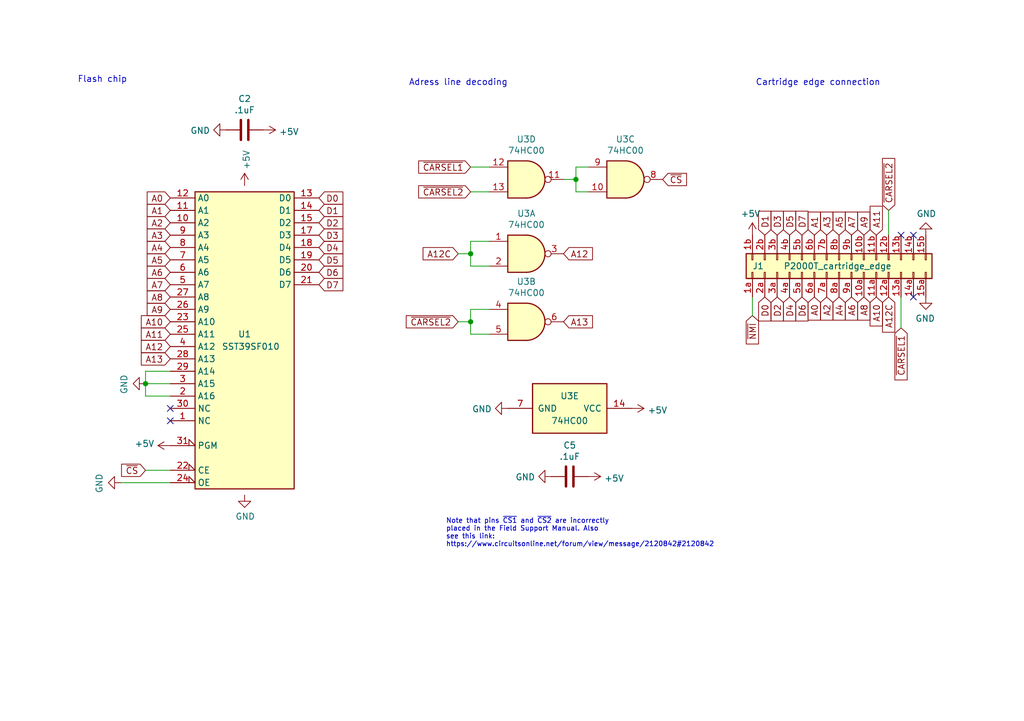
<source format=kicad_sch>
(kicad_sch (version 20211123) (generator eeschema)

  (uuid 9b22d45f-796c-4d7a-b2e9-70988f17f6e5)

  (paper "A5")

  (title_block
    (title "P2000T Basic Cartridge")
    (date "2023-01-22")
    (rev "1")
  )

  (lib_symbols
    (symbol "74xx:74HC00" (pin_names (offset 1.016)) (in_bom yes) (on_board yes)
      (property "Reference" "U" (id 0) (at 0 1.27 0)
        (effects (font (size 1.27 1.27)))
      )
      (property "Value" "74HC00" (id 1) (at 0 -1.27 0)
        (effects (font (size 1.27 1.27)))
      )
      (property "Footprint" "" (id 2) (at 0 0 0)
        (effects (font (size 1.27 1.27)) hide)
      )
      (property "Datasheet" "http://www.ti.com/lit/gpn/sn74hc00" (id 3) (at 0 0 0)
        (effects (font (size 1.27 1.27)) hide)
      )
      (property "ki_locked" "" (id 4) (at 0 0 0)
        (effects (font (size 1.27 1.27)))
      )
      (property "ki_keywords" "HCMOS nand 2-input" (id 5) (at 0 0 0)
        (effects (font (size 1.27 1.27)) hide)
      )
      (property "ki_description" "quad 2-input NAND gate" (id 6) (at 0 0 0)
        (effects (font (size 1.27 1.27)) hide)
      )
      (property "ki_fp_filters" "DIP*W7.62mm* SO14*" (id 7) (at 0 0 0)
        (effects (font (size 1.27 1.27)) hide)
      )
      (symbol "74HC00_1_1"
        (arc (start 0 -3.81) (mid 3.81 0) (end 0 3.81)
          (stroke (width 0.254) (type default) (color 0 0 0 0))
          (fill (type background))
        )
        (polyline
          (pts
            (xy 0 3.81)
            (xy -3.81 3.81)
            (xy -3.81 -3.81)
            (xy 0 -3.81)
          )
          (stroke (width 0.254) (type default) (color 0 0 0 0))
          (fill (type background))
        )
        (pin input line (at -7.62 2.54 0) (length 3.81)
          (name "~" (effects (font (size 1.27 1.27))))
          (number "1" (effects (font (size 1.27 1.27))))
        )
        (pin input line (at -7.62 -2.54 0) (length 3.81)
          (name "~" (effects (font (size 1.27 1.27))))
          (number "2" (effects (font (size 1.27 1.27))))
        )
        (pin output inverted (at 7.62 0 180) (length 3.81)
          (name "~" (effects (font (size 1.27 1.27))))
          (number "3" (effects (font (size 1.27 1.27))))
        )
      )
      (symbol "74HC00_1_2"
        (arc (start -3.81 -3.81) (mid -2.589 0) (end -3.81 3.81)
          (stroke (width 0.254) (type default) (color 0 0 0 0))
          (fill (type none))
        )
        (arc (start -0.6096 -3.81) (mid 2.1842 -2.5851) (end 3.81 0)
          (stroke (width 0.254) (type default) (color 0 0 0 0))
          (fill (type background))
        )
        (polyline
          (pts
            (xy -3.81 -3.81)
            (xy -0.635 -3.81)
          )
          (stroke (width 0.254) (type default) (color 0 0 0 0))
          (fill (type background))
        )
        (polyline
          (pts
            (xy -3.81 3.81)
            (xy -0.635 3.81)
          )
          (stroke (width 0.254) (type default) (color 0 0 0 0))
          (fill (type background))
        )
        (polyline
          (pts
            (xy -0.635 3.81)
            (xy -3.81 3.81)
            (xy -3.81 3.81)
            (xy -3.556 3.4036)
            (xy -3.0226 2.2606)
            (xy -2.6924 1.0414)
            (xy -2.6162 -0.254)
            (xy -2.7686 -1.4986)
            (xy -3.175 -2.7178)
            (xy -3.81 -3.81)
            (xy -3.81 -3.81)
            (xy -0.635 -3.81)
          )
          (stroke (width -25.4) (type default) (color 0 0 0 0))
          (fill (type background))
        )
        (arc (start 3.81 0) (mid 2.1915 2.5936) (end -0.6096 3.81)
          (stroke (width 0.254) (type default) (color 0 0 0 0))
          (fill (type background))
        )
        (pin input inverted (at -7.62 2.54 0) (length 4.318)
          (name "~" (effects (font (size 1.27 1.27))))
          (number "1" (effects (font (size 1.27 1.27))))
        )
        (pin input inverted (at -7.62 -2.54 0) (length 4.318)
          (name "~" (effects (font (size 1.27 1.27))))
          (number "2" (effects (font (size 1.27 1.27))))
        )
        (pin output line (at 7.62 0 180) (length 3.81)
          (name "~" (effects (font (size 1.27 1.27))))
          (number "3" (effects (font (size 1.27 1.27))))
        )
      )
      (symbol "74HC00_2_1"
        (arc (start 0 -3.81) (mid 3.81 0) (end 0 3.81)
          (stroke (width 0.254) (type default) (color 0 0 0 0))
          (fill (type background))
        )
        (polyline
          (pts
            (xy 0 3.81)
            (xy -3.81 3.81)
            (xy -3.81 -3.81)
            (xy 0 -3.81)
          )
          (stroke (width 0.254) (type default) (color 0 0 0 0))
          (fill (type background))
        )
        (pin input line (at -7.62 2.54 0) (length 3.81)
          (name "~" (effects (font (size 1.27 1.27))))
          (number "4" (effects (font (size 1.27 1.27))))
        )
        (pin input line (at -7.62 -2.54 0) (length 3.81)
          (name "~" (effects (font (size 1.27 1.27))))
          (number "5" (effects (font (size 1.27 1.27))))
        )
        (pin output inverted (at 7.62 0 180) (length 3.81)
          (name "~" (effects (font (size 1.27 1.27))))
          (number "6" (effects (font (size 1.27 1.27))))
        )
      )
      (symbol "74HC00_2_2"
        (arc (start -3.81 -3.81) (mid -2.589 0) (end -3.81 3.81)
          (stroke (width 0.254) (type default) (color 0 0 0 0))
          (fill (type none))
        )
        (arc (start -0.6096 -3.81) (mid 2.1842 -2.5851) (end 3.81 0)
          (stroke (width 0.254) (type default) (color 0 0 0 0))
          (fill (type background))
        )
        (polyline
          (pts
            (xy -3.81 -3.81)
            (xy -0.635 -3.81)
          )
          (stroke (width 0.254) (type default) (color 0 0 0 0))
          (fill (type background))
        )
        (polyline
          (pts
            (xy -3.81 3.81)
            (xy -0.635 3.81)
          )
          (stroke (width 0.254) (type default) (color 0 0 0 0))
          (fill (type background))
        )
        (polyline
          (pts
            (xy -0.635 3.81)
            (xy -3.81 3.81)
            (xy -3.81 3.81)
            (xy -3.556 3.4036)
            (xy -3.0226 2.2606)
            (xy -2.6924 1.0414)
            (xy -2.6162 -0.254)
            (xy -2.7686 -1.4986)
            (xy -3.175 -2.7178)
            (xy -3.81 -3.81)
            (xy -3.81 -3.81)
            (xy -0.635 -3.81)
          )
          (stroke (width -25.4) (type default) (color 0 0 0 0))
          (fill (type background))
        )
        (arc (start 3.81 0) (mid 2.1915 2.5936) (end -0.6096 3.81)
          (stroke (width 0.254) (type default) (color 0 0 0 0))
          (fill (type background))
        )
        (pin input inverted (at -7.62 2.54 0) (length 4.318)
          (name "~" (effects (font (size 1.27 1.27))))
          (number "4" (effects (font (size 1.27 1.27))))
        )
        (pin input inverted (at -7.62 -2.54 0) (length 4.318)
          (name "~" (effects (font (size 1.27 1.27))))
          (number "5" (effects (font (size 1.27 1.27))))
        )
        (pin output line (at 7.62 0 180) (length 3.81)
          (name "~" (effects (font (size 1.27 1.27))))
          (number "6" (effects (font (size 1.27 1.27))))
        )
      )
      (symbol "74HC00_3_1"
        (arc (start 0 -3.81) (mid 3.81 0) (end 0 3.81)
          (stroke (width 0.254) (type default) (color 0 0 0 0))
          (fill (type background))
        )
        (polyline
          (pts
            (xy 0 3.81)
            (xy -3.81 3.81)
            (xy -3.81 -3.81)
            (xy 0 -3.81)
          )
          (stroke (width 0.254) (type default) (color 0 0 0 0))
          (fill (type background))
        )
        (pin input line (at -7.62 -2.54 0) (length 3.81)
          (name "~" (effects (font (size 1.27 1.27))))
          (number "10" (effects (font (size 1.27 1.27))))
        )
        (pin output inverted (at 7.62 0 180) (length 3.81)
          (name "~" (effects (font (size 1.27 1.27))))
          (number "8" (effects (font (size 1.27 1.27))))
        )
        (pin input line (at -7.62 2.54 0) (length 3.81)
          (name "~" (effects (font (size 1.27 1.27))))
          (number "9" (effects (font (size 1.27 1.27))))
        )
      )
      (symbol "74HC00_3_2"
        (arc (start -3.81 -3.81) (mid -2.589 0) (end -3.81 3.81)
          (stroke (width 0.254) (type default) (color 0 0 0 0))
          (fill (type none))
        )
        (arc (start -0.6096 -3.81) (mid 2.1842 -2.5851) (end 3.81 0)
          (stroke (width 0.254) (type default) (color 0 0 0 0))
          (fill (type background))
        )
        (polyline
          (pts
            (xy -3.81 -3.81)
            (xy -0.635 -3.81)
          )
          (stroke (width 0.254) (type default) (color 0 0 0 0))
          (fill (type background))
        )
        (polyline
          (pts
            (xy -3.81 3.81)
            (xy -0.635 3.81)
          )
          (stroke (width 0.254) (type default) (color 0 0 0 0))
          (fill (type background))
        )
        (polyline
          (pts
            (xy -0.635 3.81)
            (xy -3.81 3.81)
            (xy -3.81 3.81)
            (xy -3.556 3.4036)
            (xy -3.0226 2.2606)
            (xy -2.6924 1.0414)
            (xy -2.6162 -0.254)
            (xy -2.7686 -1.4986)
            (xy -3.175 -2.7178)
            (xy -3.81 -3.81)
            (xy -3.81 -3.81)
            (xy -0.635 -3.81)
          )
          (stroke (width -25.4) (type default) (color 0 0 0 0))
          (fill (type background))
        )
        (arc (start 3.81 0) (mid 2.1915 2.5936) (end -0.6096 3.81)
          (stroke (width 0.254) (type default) (color 0 0 0 0))
          (fill (type background))
        )
        (pin input inverted (at -7.62 -2.54 0) (length 4.318)
          (name "~" (effects (font (size 1.27 1.27))))
          (number "10" (effects (font (size 1.27 1.27))))
        )
        (pin output line (at 7.62 0 180) (length 3.81)
          (name "~" (effects (font (size 1.27 1.27))))
          (number "8" (effects (font (size 1.27 1.27))))
        )
        (pin input inverted (at -7.62 2.54 0) (length 4.318)
          (name "~" (effects (font (size 1.27 1.27))))
          (number "9" (effects (font (size 1.27 1.27))))
        )
      )
      (symbol "74HC00_4_1"
        (arc (start 0 -3.81) (mid 3.81 0) (end 0 3.81)
          (stroke (width 0.254) (type default) (color 0 0 0 0))
          (fill (type background))
        )
        (polyline
          (pts
            (xy 0 3.81)
            (xy -3.81 3.81)
            (xy -3.81 -3.81)
            (xy 0 -3.81)
          )
          (stroke (width 0.254) (type default) (color 0 0 0 0))
          (fill (type background))
        )
        (pin output inverted (at 7.62 0 180) (length 3.81)
          (name "~" (effects (font (size 1.27 1.27))))
          (number "11" (effects (font (size 1.27 1.27))))
        )
        (pin input line (at -7.62 2.54 0) (length 3.81)
          (name "~" (effects (font (size 1.27 1.27))))
          (number "12" (effects (font (size 1.27 1.27))))
        )
        (pin input line (at -7.62 -2.54 0) (length 3.81)
          (name "~" (effects (font (size 1.27 1.27))))
          (number "13" (effects (font (size 1.27 1.27))))
        )
      )
      (symbol "74HC00_4_2"
        (arc (start -3.81 -3.81) (mid -2.589 0) (end -3.81 3.81)
          (stroke (width 0.254) (type default) (color 0 0 0 0))
          (fill (type none))
        )
        (arc (start -0.6096 -3.81) (mid 2.1842 -2.5851) (end 3.81 0)
          (stroke (width 0.254) (type default) (color 0 0 0 0))
          (fill (type background))
        )
        (polyline
          (pts
            (xy -3.81 -3.81)
            (xy -0.635 -3.81)
          )
          (stroke (width 0.254) (type default) (color 0 0 0 0))
          (fill (type background))
        )
        (polyline
          (pts
            (xy -3.81 3.81)
            (xy -0.635 3.81)
          )
          (stroke (width 0.254) (type default) (color 0 0 0 0))
          (fill (type background))
        )
        (polyline
          (pts
            (xy -0.635 3.81)
            (xy -3.81 3.81)
            (xy -3.81 3.81)
            (xy -3.556 3.4036)
            (xy -3.0226 2.2606)
            (xy -2.6924 1.0414)
            (xy -2.6162 -0.254)
            (xy -2.7686 -1.4986)
            (xy -3.175 -2.7178)
            (xy -3.81 -3.81)
            (xy -3.81 -3.81)
            (xy -0.635 -3.81)
          )
          (stroke (width -25.4) (type default) (color 0 0 0 0))
          (fill (type background))
        )
        (arc (start 3.81 0) (mid 2.1915 2.5936) (end -0.6096 3.81)
          (stroke (width 0.254) (type default) (color 0 0 0 0))
          (fill (type background))
        )
        (pin output line (at 7.62 0 180) (length 3.81)
          (name "~" (effects (font (size 1.27 1.27))))
          (number "11" (effects (font (size 1.27 1.27))))
        )
        (pin input inverted (at -7.62 2.54 0) (length 4.318)
          (name "~" (effects (font (size 1.27 1.27))))
          (number "12" (effects (font (size 1.27 1.27))))
        )
        (pin input inverted (at -7.62 -2.54 0) (length 4.318)
          (name "~" (effects (font (size 1.27 1.27))))
          (number "13" (effects (font (size 1.27 1.27))))
        )
      )
      (symbol "74HC00_5_0"
        (pin power_in line (at 0 12.7 270) (length 5.08)
          (name "VCC" (effects (font (size 1.27 1.27))))
          (number "14" (effects (font (size 1.27 1.27))))
        )
        (pin power_in line (at 0 -12.7 90) (length 5.08)
          (name "GND" (effects (font (size 1.27 1.27))))
          (number "7" (effects (font (size 1.27 1.27))))
        )
      )
      (symbol "74HC00_5_1"
        (rectangle (start -5.08 7.62) (end 5.08 -7.62)
          (stroke (width 0.254) (type default) (color 0 0 0 0))
          (fill (type background))
        )
      )
    )
    (symbol "Connector_Generic:Conn_02x15_Row_Letter_Last" (pin_names (offset 1.016) hide) (in_bom yes) (on_board yes)
      (property "Reference" "J" (id 0) (at 1.27 20.32 0)
        (effects (font (size 1.27 1.27)))
      )
      (property "Value" "Conn_02x15_Row_Letter_Last" (id 1) (at 1.27 -20.32 0)
        (effects (font (size 1.27 1.27)))
      )
      (property "Footprint" "" (id 2) (at 0 0 0)
        (effects (font (size 1.27 1.27)) hide)
      )
      (property "Datasheet" "~" (id 3) (at 0 0 0)
        (effects (font (size 1.27 1.27)) hide)
      )
      (property "ki_keywords" "connector" (id 4) (at 0 0 0)
        (effects (font (size 1.27 1.27)) hide)
      )
      (property "ki_description" "Generic connector, double row, 02x15, row letter last pin numbering scheme (pin number consists of a letter for the row and a number for the pin index in this row. 1a, ..., Na; 1b, ..., Nb)), script generated (kicad-library-utils/schlib/autogen/connector/)" (id 5) (at 0 0 0)
        (effects (font (size 1.27 1.27)) hide)
      )
      (property "ki_fp_filters" "Connector*:*_2x??_*" (id 6) (at 0 0 0)
        (effects (font (size 1.27 1.27)) hide)
      )
      (symbol "Conn_02x15_Row_Letter_Last_1_1"
        (rectangle (start -1.27 -17.653) (end 0 -17.907)
          (stroke (width 0.1524) (type default) (color 0 0 0 0))
          (fill (type none))
        )
        (rectangle (start -1.27 -15.113) (end 0 -15.367)
          (stroke (width 0.1524) (type default) (color 0 0 0 0))
          (fill (type none))
        )
        (rectangle (start -1.27 -12.573) (end 0 -12.827)
          (stroke (width 0.1524) (type default) (color 0 0 0 0))
          (fill (type none))
        )
        (rectangle (start -1.27 -10.033) (end 0 -10.287)
          (stroke (width 0.1524) (type default) (color 0 0 0 0))
          (fill (type none))
        )
        (rectangle (start -1.27 -7.493) (end 0 -7.747)
          (stroke (width 0.1524) (type default) (color 0 0 0 0))
          (fill (type none))
        )
        (rectangle (start -1.27 -4.953) (end 0 -5.207)
          (stroke (width 0.1524) (type default) (color 0 0 0 0))
          (fill (type none))
        )
        (rectangle (start -1.27 -2.413) (end 0 -2.667)
          (stroke (width 0.1524) (type default) (color 0 0 0 0))
          (fill (type none))
        )
        (rectangle (start -1.27 0.127) (end 0 -0.127)
          (stroke (width 0.1524) (type default) (color 0 0 0 0))
          (fill (type none))
        )
        (rectangle (start -1.27 2.667) (end 0 2.413)
          (stroke (width 0.1524) (type default) (color 0 0 0 0))
          (fill (type none))
        )
        (rectangle (start -1.27 5.207) (end 0 4.953)
          (stroke (width 0.1524) (type default) (color 0 0 0 0))
          (fill (type none))
        )
        (rectangle (start -1.27 7.747) (end 0 7.493)
          (stroke (width 0.1524) (type default) (color 0 0 0 0))
          (fill (type none))
        )
        (rectangle (start -1.27 10.287) (end 0 10.033)
          (stroke (width 0.1524) (type default) (color 0 0 0 0))
          (fill (type none))
        )
        (rectangle (start -1.27 12.827) (end 0 12.573)
          (stroke (width 0.1524) (type default) (color 0 0 0 0))
          (fill (type none))
        )
        (rectangle (start -1.27 15.367) (end 0 15.113)
          (stroke (width 0.1524) (type default) (color 0 0 0 0))
          (fill (type none))
        )
        (rectangle (start -1.27 17.907) (end 0 17.653)
          (stroke (width 0.1524) (type default) (color 0 0 0 0))
          (fill (type none))
        )
        (rectangle (start -1.27 19.05) (end 3.81 -19.05)
          (stroke (width 0.254) (type default) (color 0 0 0 0))
          (fill (type background))
        )
        (rectangle (start 3.81 -17.653) (end 2.54 -17.907)
          (stroke (width 0.1524) (type default) (color 0 0 0 0))
          (fill (type none))
        )
        (rectangle (start 3.81 -15.113) (end 2.54 -15.367)
          (stroke (width 0.1524) (type default) (color 0 0 0 0))
          (fill (type none))
        )
        (rectangle (start 3.81 -12.573) (end 2.54 -12.827)
          (stroke (width 0.1524) (type default) (color 0 0 0 0))
          (fill (type none))
        )
        (rectangle (start 3.81 -10.033) (end 2.54 -10.287)
          (stroke (width 0.1524) (type default) (color 0 0 0 0))
          (fill (type none))
        )
        (rectangle (start 3.81 -7.493) (end 2.54 -7.747)
          (stroke (width 0.1524) (type default) (color 0 0 0 0))
          (fill (type none))
        )
        (rectangle (start 3.81 -4.953) (end 2.54 -5.207)
          (stroke (width 0.1524) (type default) (color 0 0 0 0))
          (fill (type none))
        )
        (rectangle (start 3.81 -2.413) (end 2.54 -2.667)
          (stroke (width 0.1524) (type default) (color 0 0 0 0))
          (fill (type none))
        )
        (rectangle (start 3.81 0.127) (end 2.54 -0.127)
          (stroke (width 0.1524) (type default) (color 0 0 0 0))
          (fill (type none))
        )
        (rectangle (start 3.81 2.667) (end 2.54 2.413)
          (stroke (width 0.1524) (type default) (color 0 0 0 0))
          (fill (type none))
        )
        (rectangle (start 3.81 5.207) (end 2.54 4.953)
          (stroke (width 0.1524) (type default) (color 0 0 0 0))
          (fill (type none))
        )
        (rectangle (start 3.81 7.747) (end 2.54 7.493)
          (stroke (width 0.1524) (type default) (color 0 0 0 0))
          (fill (type none))
        )
        (rectangle (start 3.81 10.287) (end 2.54 10.033)
          (stroke (width 0.1524) (type default) (color 0 0 0 0))
          (fill (type none))
        )
        (rectangle (start 3.81 12.827) (end 2.54 12.573)
          (stroke (width 0.1524) (type default) (color 0 0 0 0))
          (fill (type none))
        )
        (rectangle (start 3.81 15.367) (end 2.54 15.113)
          (stroke (width 0.1524) (type default) (color 0 0 0 0))
          (fill (type none))
        )
        (rectangle (start 3.81 17.907) (end 2.54 17.653)
          (stroke (width 0.1524) (type default) (color 0 0 0 0))
          (fill (type none))
        )
        (pin passive line (at -5.08 -5.08 0) (length 3.81)
          (name "Pin_10a" (effects (font (size 1.27 1.27))))
          (number "10a" (effects (font (size 1.27 1.27))))
        )
        (pin passive line (at 7.62 -5.08 180) (length 3.81)
          (name "Pin_10b" (effects (font (size 1.27 1.27))))
          (number "10b" (effects (font (size 1.27 1.27))))
        )
        (pin passive line (at -5.08 -7.62 0) (length 3.81)
          (name "Pin_11a" (effects (font (size 1.27 1.27))))
          (number "11a" (effects (font (size 1.27 1.27))))
        )
        (pin passive line (at 7.62 -7.62 180) (length 3.81)
          (name "Pin_11b" (effects (font (size 1.27 1.27))))
          (number "11b" (effects (font (size 1.27 1.27))))
        )
        (pin passive line (at -5.08 -10.16 0) (length 3.81)
          (name "Pin_12a" (effects (font (size 1.27 1.27))))
          (number "12a" (effects (font (size 1.27 1.27))))
        )
        (pin passive line (at 7.62 -10.16 180) (length 3.81)
          (name "Pin_12b" (effects (font (size 1.27 1.27))))
          (number "12b" (effects (font (size 1.27 1.27))))
        )
        (pin passive line (at -5.08 -12.7 0) (length 3.81)
          (name "Pin_13a" (effects (font (size 1.27 1.27))))
          (number "13a" (effects (font (size 1.27 1.27))))
        )
        (pin passive line (at 7.62 -12.7 180) (length 3.81)
          (name "Pin_13b" (effects (font (size 1.27 1.27))))
          (number "13b" (effects (font (size 1.27 1.27))))
        )
        (pin passive line (at -5.08 -15.24 0) (length 3.81)
          (name "Pin_14a" (effects (font (size 1.27 1.27))))
          (number "14a" (effects (font (size 1.27 1.27))))
        )
        (pin passive line (at 7.62 -15.24 180) (length 3.81)
          (name "Pin_14b" (effects (font (size 1.27 1.27))))
          (number "14b" (effects (font (size 1.27 1.27))))
        )
        (pin passive line (at -5.08 -17.78 0) (length 3.81)
          (name "Pin_15a" (effects (font (size 1.27 1.27))))
          (number "15a" (effects (font (size 1.27 1.27))))
        )
        (pin passive line (at 7.62 -17.78 180) (length 3.81)
          (name "Pin_15b" (effects (font (size 1.27 1.27))))
          (number "15b" (effects (font (size 1.27 1.27))))
        )
        (pin passive line (at -5.08 17.78 0) (length 3.81)
          (name "Pin_1a" (effects (font (size 1.27 1.27))))
          (number "1a" (effects (font (size 1.27 1.27))))
        )
        (pin passive line (at 7.62 17.78 180) (length 3.81)
          (name "Pin_1b" (effects (font (size 1.27 1.27))))
          (number "1b" (effects (font (size 1.27 1.27))))
        )
        (pin passive line (at -5.08 15.24 0) (length 3.81)
          (name "Pin_2a" (effects (font (size 1.27 1.27))))
          (number "2a" (effects (font (size 1.27 1.27))))
        )
        (pin passive line (at 7.62 15.24 180) (length 3.81)
          (name "Pin_2b" (effects (font (size 1.27 1.27))))
          (number "2b" (effects (font (size 1.27 1.27))))
        )
        (pin passive line (at -5.08 12.7 0) (length 3.81)
          (name "Pin_3a" (effects (font (size 1.27 1.27))))
          (number "3a" (effects (font (size 1.27 1.27))))
        )
        (pin passive line (at 7.62 12.7 180) (length 3.81)
          (name "Pin_3b" (effects (font (size 1.27 1.27))))
          (number "3b" (effects (font (size 1.27 1.27))))
        )
        (pin passive line (at -5.08 10.16 0) (length 3.81)
          (name "Pin_4a" (effects (font (size 1.27 1.27))))
          (number "4a" (effects (font (size 1.27 1.27))))
        )
        (pin passive line (at 7.62 10.16 180) (length 3.81)
          (name "Pin_4b" (effects (font (size 1.27 1.27))))
          (number "4b" (effects (font (size 1.27 1.27))))
        )
        (pin passive line (at -5.08 7.62 0) (length 3.81)
          (name "Pin_5a" (effects (font (size 1.27 1.27))))
          (number "5a" (effects (font (size 1.27 1.27))))
        )
        (pin passive line (at 7.62 7.62 180) (length 3.81)
          (name "Pin_5b" (effects (font (size 1.27 1.27))))
          (number "5b" (effects (font (size 1.27 1.27))))
        )
        (pin passive line (at -5.08 5.08 0) (length 3.81)
          (name "Pin_6a" (effects (font (size 1.27 1.27))))
          (number "6a" (effects (font (size 1.27 1.27))))
        )
        (pin passive line (at 7.62 5.08 180) (length 3.81)
          (name "Pin_6b" (effects (font (size 1.27 1.27))))
          (number "6b" (effects (font (size 1.27 1.27))))
        )
        (pin passive line (at -5.08 2.54 0) (length 3.81)
          (name "Pin_7a" (effects (font (size 1.27 1.27))))
          (number "7a" (effects (font (size 1.27 1.27))))
        )
        (pin passive line (at 7.62 2.54 180) (length 3.81)
          (name "Pin_7b" (effects (font (size 1.27 1.27))))
          (number "7b" (effects (font (size 1.27 1.27))))
        )
        (pin passive line (at -5.08 0 0) (length 3.81)
          (name "Pin_8a" (effects (font (size 1.27 1.27))))
          (number "8a" (effects (font (size 1.27 1.27))))
        )
        (pin passive line (at 7.62 0 180) (length 3.81)
          (name "Pin_8b" (effects (font (size 1.27 1.27))))
          (number "8b" (effects (font (size 1.27 1.27))))
        )
        (pin passive line (at -5.08 -2.54 0) (length 3.81)
          (name "Pin_9a" (effects (font (size 1.27 1.27))))
          (number "9a" (effects (font (size 1.27 1.27))))
        )
        (pin passive line (at 7.62 -2.54 180) (length 3.81)
          (name "Pin_9b" (effects (font (size 1.27 1.27))))
          (number "9b" (effects (font (size 1.27 1.27))))
        )
      )
    )
    (symbol "Device:C" (pin_numbers hide) (pin_names (offset 0.254)) (in_bom yes) (on_board yes)
      (property "Reference" "C" (id 0) (at 0.635 2.54 0)
        (effects (font (size 1.27 1.27)) (justify left))
      )
      (property "Value" "C" (id 1) (at 0.635 -2.54 0)
        (effects (font (size 1.27 1.27)) (justify left))
      )
      (property "Footprint" "" (id 2) (at 0.9652 -3.81 0)
        (effects (font (size 1.27 1.27)) hide)
      )
      (property "Datasheet" "~" (id 3) (at 0 0 0)
        (effects (font (size 1.27 1.27)) hide)
      )
      (property "ki_keywords" "cap capacitor" (id 4) (at 0 0 0)
        (effects (font (size 1.27 1.27)) hide)
      )
      (property "ki_description" "Unpolarized capacitor" (id 5) (at 0 0 0)
        (effects (font (size 1.27 1.27)) hide)
      )
      (property "ki_fp_filters" "C_*" (id 6) (at 0 0 0)
        (effects (font (size 1.27 1.27)) hide)
      )
      (symbol "C_0_1"
        (polyline
          (pts
            (xy -2.032 -0.762)
            (xy 2.032 -0.762)
          )
          (stroke (width 0.508) (type default) (color 0 0 0 0))
          (fill (type none))
        )
        (polyline
          (pts
            (xy -2.032 0.762)
            (xy 2.032 0.762)
          )
          (stroke (width 0.508) (type default) (color 0 0 0 0))
          (fill (type none))
        )
      )
      (symbol "C_1_1"
        (pin passive line (at 0 3.81 270) (length 2.794)
          (name "~" (effects (font (size 1.27 1.27))))
          (number "1" (effects (font (size 1.27 1.27))))
        )
        (pin passive line (at 0 -3.81 90) (length 2.794)
          (name "~" (effects (font (size 1.27 1.27))))
          (number "2" (effects (font (size 1.27 1.27))))
        )
      )
    )
    (symbol "Memory_Flash:SST39SF010" (in_bom yes) (on_board yes)
      (property "Reference" "U" (id 0) (at 2.54 33.02 0)
        (effects (font (size 1.27 1.27)))
      )
      (property "Value" "SST39SF010" (id 1) (at 0 -30.48 0)
        (effects (font (size 1.27 1.27)))
      )
      (property "Footprint" "" (id 2) (at 0 7.62 0)
        (effects (font (size 1.27 1.27)) hide)
      )
      (property "Datasheet" "http://ww1.microchip.com/downloads/en/DeviceDoc/25022B.pdf" (id 3) (at 0 7.62 0)
        (effects (font (size 1.27 1.27)) hide)
      )
      (property "ki_keywords" "128k flash rom" (id 4) (at 0 0 0)
        (effects (font (size 1.27 1.27)) hide)
      )
      (property "ki_description" "Silicon Storage Technology (SSF) 128k x 8 Flash ROM" (id 5) (at 0 0 0)
        (effects (font (size 1.27 1.27)) hide)
      )
      (symbol "SST39SF010_0_0"
        (pin power_in line (at 0 -30.48 90) (length 1.27) hide
          (name "GND" (effects (font (size 1.27 1.27))))
          (number "16" (effects (font (size 1.27 1.27))))
        )
        (pin power_in line (at 0 33.02 270) (length 1.27) hide
          (name "VCC" (effects (font (size 1.27 1.27))))
          (number "32" (effects (font (size 1.27 1.27))))
        )
      )
      (symbol "SST39SF010_0_1"
        (rectangle (start -10.16 31.75) (end 10.16 -29.21)
          (stroke (width 0.254) (type default) (color 0 0 0 0))
          (fill (type background))
        )
      )
      (symbol "SST39SF010_1_1"
        (pin input line (at -15.24 -15.24 0) (length 5.08)
          (name "NC" (effects (font (size 1.27 1.27))))
          (number "1" (effects (font (size 1.27 1.27))))
        )
        (pin input line (at -15.24 25.4 0) (length 5.08)
          (name "A2" (effects (font (size 1.27 1.27))))
          (number "10" (effects (font (size 1.27 1.27))))
        )
        (pin input line (at -15.24 27.94 0) (length 5.08)
          (name "A1" (effects (font (size 1.27 1.27))))
          (number "11" (effects (font (size 1.27 1.27))))
        )
        (pin input line (at -15.24 30.48 0) (length 5.08)
          (name "A0" (effects (font (size 1.27 1.27))))
          (number "12" (effects (font (size 1.27 1.27))))
        )
        (pin tri_state line (at 15.24 30.48 180) (length 5.08)
          (name "D0" (effects (font (size 1.27 1.27))))
          (number "13" (effects (font (size 1.27 1.27))))
        )
        (pin tri_state line (at 15.24 27.94 180) (length 5.08)
          (name "D1" (effects (font (size 1.27 1.27))))
          (number "14" (effects (font (size 1.27 1.27))))
        )
        (pin tri_state line (at 15.24 25.4 180) (length 5.08)
          (name "D2" (effects (font (size 1.27 1.27))))
          (number "15" (effects (font (size 1.27 1.27))))
        )
        (pin tri_state line (at 15.24 22.86 180) (length 5.08)
          (name "D3" (effects (font (size 1.27 1.27))))
          (number "17" (effects (font (size 1.27 1.27))))
        )
        (pin tri_state line (at 15.24 20.32 180) (length 5.08)
          (name "D4" (effects (font (size 1.27 1.27))))
          (number "18" (effects (font (size 1.27 1.27))))
        )
        (pin tri_state line (at 15.24 17.78 180) (length 5.08)
          (name "D5" (effects (font (size 1.27 1.27))))
          (number "19" (effects (font (size 1.27 1.27))))
        )
        (pin input line (at -15.24 -10.16 0) (length 5.08)
          (name "A16" (effects (font (size 1.27 1.27))))
          (number "2" (effects (font (size 1.27 1.27))))
        )
        (pin tri_state line (at 15.24 15.24 180) (length 5.08)
          (name "D6" (effects (font (size 1.27 1.27))))
          (number "20" (effects (font (size 1.27 1.27))))
        )
        (pin tri_state line (at 15.24 12.7 180) (length 5.08)
          (name "D7" (effects (font (size 1.27 1.27))))
          (number "21" (effects (font (size 1.27 1.27))))
        )
        (pin input input_low (at -15.24 -25.4 0) (length 5.08)
          (name "CE" (effects (font (size 1.27 1.27))))
          (number "22" (effects (font (size 1.27 1.27))))
        )
        (pin input line (at -15.24 5.08 0) (length 5.08)
          (name "A10" (effects (font (size 1.27 1.27))))
          (number "23" (effects (font (size 1.27 1.27))))
        )
        (pin input input_low (at -15.24 -27.94 0) (length 5.08)
          (name "OE" (effects (font (size 1.27 1.27))))
          (number "24" (effects (font (size 1.27 1.27))))
        )
        (pin input line (at -15.24 2.54 0) (length 5.08)
          (name "A11" (effects (font (size 1.27 1.27))))
          (number "25" (effects (font (size 1.27 1.27))))
        )
        (pin input line (at -15.24 7.62 0) (length 5.08)
          (name "A9" (effects (font (size 1.27 1.27))))
          (number "26" (effects (font (size 1.27 1.27))))
        )
        (pin input line (at -15.24 10.16 0) (length 5.08)
          (name "A8" (effects (font (size 1.27 1.27))))
          (number "27" (effects (font (size 1.27 1.27))))
        )
        (pin input line (at -15.24 -2.54 0) (length 5.08)
          (name "A13" (effects (font (size 1.27 1.27))))
          (number "28" (effects (font (size 1.27 1.27))))
        )
        (pin input line (at -15.24 -5.08 0) (length 5.08)
          (name "A14" (effects (font (size 1.27 1.27))))
          (number "29" (effects (font (size 1.27 1.27))))
        )
        (pin input line (at -15.24 -7.62 0) (length 5.08)
          (name "A15" (effects (font (size 1.27 1.27))))
          (number "3" (effects (font (size 1.27 1.27))))
        )
        (pin input line (at -15.24 -12.7 0) (length 5.08)
          (name "NC" (effects (font (size 1.27 1.27))))
          (number "30" (effects (font (size 1.27 1.27))))
        )
        (pin input input_low (at -15.24 -20.32 0) (length 5.08)
          (name "PGM" (effects (font (size 1.27 1.27))))
          (number "31" (effects (font (size 1.27 1.27))))
        )
        (pin input line (at -15.24 0 0) (length 5.08)
          (name "A12" (effects (font (size 1.27 1.27))))
          (number "4" (effects (font (size 1.27 1.27))))
        )
        (pin input line (at -15.24 12.7 0) (length 5.08)
          (name "A7" (effects (font (size 1.27 1.27))))
          (number "5" (effects (font (size 1.27 1.27))))
        )
        (pin input line (at -15.24 15.24 0) (length 5.08)
          (name "A6" (effects (font (size 1.27 1.27))))
          (number "6" (effects (font (size 1.27 1.27))))
        )
        (pin input line (at -15.24 17.78 0) (length 5.08)
          (name "A5" (effects (font (size 1.27 1.27))))
          (number "7" (effects (font (size 1.27 1.27))))
        )
        (pin input line (at -15.24 20.32 0) (length 5.08)
          (name "A4" (effects (font (size 1.27 1.27))))
          (number "8" (effects (font (size 1.27 1.27))))
        )
        (pin input line (at -15.24 22.86 0) (length 5.08)
          (name "A3" (effects (font (size 1.27 1.27))))
          (number "9" (effects (font (size 1.27 1.27))))
        )
      )
    )
    (symbol "power:+5V" (power) (pin_names (offset 0)) (in_bom yes) (on_board yes)
      (property "Reference" "#PWR" (id 0) (at 0 -3.81 0)
        (effects (font (size 1.27 1.27)) hide)
      )
      (property "Value" "+5V" (id 1) (at 0 3.556 0)
        (effects (font (size 1.27 1.27)))
      )
      (property "Footprint" "" (id 2) (at 0 0 0)
        (effects (font (size 1.27 1.27)) hide)
      )
      (property "Datasheet" "" (id 3) (at 0 0 0)
        (effects (font (size 1.27 1.27)) hide)
      )
      (property "ki_keywords" "power-flag" (id 4) (at 0 0 0)
        (effects (font (size 1.27 1.27)) hide)
      )
      (property "ki_description" "Power symbol creates a global label with name \"+5V\"" (id 5) (at 0 0 0)
        (effects (font (size 1.27 1.27)) hide)
      )
      (symbol "+5V_0_1"
        (polyline
          (pts
            (xy -0.762 1.27)
            (xy 0 2.54)
          )
          (stroke (width 0) (type default) (color 0 0 0 0))
          (fill (type none))
        )
        (polyline
          (pts
            (xy 0 0)
            (xy 0 2.54)
          )
          (stroke (width 0) (type default) (color 0 0 0 0))
          (fill (type none))
        )
        (polyline
          (pts
            (xy 0 2.54)
            (xy 0.762 1.27)
          )
          (stroke (width 0) (type default) (color 0 0 0 0))
          (fill (type none))
        )
      )
      (symbol "+5V_1_1"
        (pin power_in line (at 0 0 90) (length 0) hide
          (name "+5V" (effects (font (size 1.27 1.27))))
          (number "1" (effects (font (size 1.27 1.27))))
        )
      )
    )
    (symbol "power:GND" (power) (pin_names (offset 0)) (in_bom yes) (on_board yes)
      (property "Reference" "#PWR" (id 0) (at 0 -6.35 0)
        (effects (font (size 1.27 1.27)) hide)
      )
      (property "Value" "GND" (id 1) (at 0 -3.81 0)
        (effects (font (size 1.27 1.27)))
      )
      (property "Footprint" "" (id 2) (at 0 0 0)
        (effects (font (size 1.27 1.27)) hide)
      )
      (property "Datasheet" "" (id 3) (at 0 0 0)
        (effects (font (size 1.27 1.27)) hide)
      )
      (property "ki_keywords" "power-flag" (id 4) (at 0 0 0)
        (effects (font (size 1.27 1.27)) hide)
      )
      (property "ki_description" "Power symbol creates a global label with name \"GND\" , ground" (id 5) (at 0 0 0)
        (effects (font (size 1.27 1.27)) hide)
      )
      (symbol "GND_0_1"
        (polyline
          (pts
            (xy 0 0)
            (xy 0 -1.27)
            (xy 1.27 -1.27)
            (xy 0 -2.54)
            (xy -1.27 -1.27)
            (xy 0 -1.27)
          )
          (stroke (width 0) (type default) (color 0 0 0 0))
          (fill (type none))
        )
      )
      (symbol "GND_1_1"
        (pin power_in line (at 0 0 270) (length 0) hide
          (name "GND" (effects (font (size 1.27 1.27))))
          (number "1" (effects (font (size 1.27 1.27))))
        )
      )
    )
  )

  (junction (at 96.52 52.07) (diameter 0) (color 0 0 0 0)
    (uuid 14930fbf-ca51-4981-a487-42ea43cfa4b0)
  )
  (junction (at 118.11 36.83) (diameter 0) (color 0 0 0 0)
    (uuid 9cfff961-6caa-47a9-8192-a1ec72d00815)
  )
  (junction (at 96.52 66.04) (diameter 0) (color 0 0 0 0)
    (uuid b7acda55-b6cc-4572-94de-98a4adfb97be)
  )
  (junction (at 29.845 78.74) (diameter 0) (color 0 0 0 0)
    (uuid d0b4a497-00f3-4293-a55c-89518202ea38)
  )

  (no_connect (at 34.925 83.82) (uuid 187c7b15-6c17-483d-87fa-9a23e8c828f3))
  (no_connect (at 184.785 48.26) (uuid 5777ab4a-8080-4295-b464-8c5dc505bb2f))
  (no_connect (at 34.925 86.36) (uuid ad573c7a-7570-461c-9625-dd28eafa57e2))
  (no_connect (at 187.325 60.96) (uuid b5f4bd30-a68f-4827-8882-82ea2dc75fc2))
  (no_connect (at 187.325 48.26) (uuid ebebfe1a-d608-4863-a86a-bfa84bc5d2a7))

  (wire (pts (xy 29.845 96.52) (xy 34.925 96.52))
    (stroke (width 0) (type default) (color 0 0 0 0))
    (uuid 03d6aa54-660e-4fab-9be5-ea63ad1bc3f1)
  )
  (wire (pts (xy 96.52 34.29) (xy 100.33 34.29))
    (stroke (width 0) (type default) (color 0 0 0 0))
    (uuid 0862d55f-d17a-4a58-867c-30f03870a26c)
  )
  (wire (pts (xy 182.245 48.26) (xy 182.245 43.18))
    (stroke (width 0) (type default) (color 0 0 0 0))
    (uuid 0e9a4a52-41ef-4d6c-ae24-e3e464218a69)
  )
  (wire (pts (xy 96.52 63.5) (xy 100.33 63.5))
    (stroke (width 0) (type default) (color 0 0 0 0))
    (uuid 1557b49f-4e26-4974-8e5d-a73eaffe4e83)
  )
  (wire (pts (xy 96.52 39.37) (xy 100.33 39.37))
    (stroke (width 0) (type default) (color 0 0 0 0))
    (uuid 29d5aeb5-8a1e-4efd-a466-dc762ca8ad5d)
  )
  (wire (pts (xy 154.305 64.77) (xy 154.305 60.96))
    (stroke (width 0) (type default) (color 0 0 0 0))
    (uuid 2e37e851-3849-4ca1-91e4-ddec15ac63c0)
  )
  (wire (pts (xy 29.845 76.2) (xy 34.925 76.2))
    (stroke (width 0) (type default) (color 0 0 0 0))
    (uuid 3733bea8-abb2-4774-84f8-af812a00e42a)
  )
  (wire (pts (xy 34.925 78.74) (xy 29.845 78.74))
    (stroke (width 0) (type default) (color 0 0 0 0))
    (uuid 3d873d72-dc03-480f-b6a8-ba2012d07b73)
  )
  (wire (pts (xy 118.11 39.37) (xy 120.65 39.37))
    (stroke (width 0) (type default) (color 0 0 0 0))
    (uuid 4f074c69-c8ef-482c-b13c-7958ebcf804a)
  )
  (wire (pts (xy 29.845 76.2) (xy 29.845 78.74))
    (stroke (width 0) (type default) (color 0 0 0 0))
    (uuid 5a3f4eb3-b82e-4892-8cc4-757dea8a9509)
  )
  (wire (pts (xy 118.11 36.83) (xy 118.11 39.37))
    (stroke (width 0) (type default) (color 0 0 0 0))
    (uuid 74a6423c-034d-4a16-a625-658959930dac)
  )
  (wire (pts (xy 118.11 36.83) (xy 118.11 34.29))
    (stroke (width 0) (type default) (color 0 0 0 0))
    (uuid 76f093ef-fff4-4140-8582-0e525b3d1437)
  )
  (wire (pts (xy 96.52 66.04) (xy 96.52 63.5))
    (stroke (width 0) (type default) (color 0 0 0 0))
    (uuid a111e8d9-741a-494b-b173-2456970bacb1)
  )
  (wire (pts (xy 115.57 36.83) (xy 118.11 36.83))
    (stroke (width 0) (type default) (color 0 0 0 0))
    (uuid a8e4ce8b-1358-4e8d-a9e5-7e036eb7ccbe)
  )
  (wire (pts (xy 29.845 81.28) (xy 34.925 81.28))
    (stroke (width 0) (type default) (color 0 0 0 0))
    (uuid aa8c53f3-ab82-4190-992a-9cb2b442c2c3)
  )
  (wire (pts (xy 118.11 34.29) (xy 120.65 34.29))
    (stroke (width 0) (type default) (color 0 0 0 0))
    (uuid b31cdde9-d2bc-4f60-881a-86e6c2d3c48f)
  )
  (wire (pts (xy 96.52 66.04) (xy 96.52 68.58))
    (stroke (width 0) (type default) (color 0 0 0 0))
    (uuid b5ff9b82-5445-491c-8f06-8e0efd1b9b1a)
  )
  (wire (pts (xy 93.98 52.07) (xy 96.52 52.07))
    (stroke (width 0) (type default) (color 0 0 0 0))
    (uuid bf245ed0-dc1c-41ac-a46a-3c1b3b4ac210)
  )
  (wire (pts (xy 96.52 49.53) (xy 100.33 49.53))
    (stroke (width 0) (type default) (color 0 0 0 0))
    (uuid c4fd4d82-2b3d-4184-a7bc-e6ece90a05f4)
  )
  (wire (pts (xy 24.765 99.06) (xy 34.925 99.06))
    (stroke (width 0) (type default) (color 0 0 0 0))
    (uuid cb9e67ec-a295-4b1c-b65e-9dc435e521ae)
  )
  (wire (pts (xy 29.845 78.74) (xy 29.845 81.28))
    (stroke (width 0) (type default) (color 0 0 0 0))
    (uuid d2b367e0-ed50-4775-8912-21eb2fe30dc1)
  )
  (wire (pts (xy 96.52 68.58) (xy 100.33 68.58))
    (stroke (width 0) (type default) (color 0 0 0 0))
    (uuid e2b17bdb-885d-4925-a619-3efd6bae4f06)
  )
  (wire (pts (xy 96.52 54.61) (xy 100.33 54.61))
    (stroke (width 0) (type default) (color 0 0 0 0))
    (uuid e97b24d0-5500-4c57-8084-c4eb0aa9fda3)
  )
  (wire (pts (xy 96.52 52.07) (xy 96.52 54.61))
    (stroke (width 0) (type default) (color 0 0 0 0))
    (uuid eafedee4-a3b4-4c2e-8220-c70bb79d6297)
  )
  (wire (pts (xy 96.52 52.07) (xy 96.52 49.53))
    (stroke (width 0) (type default) (color 0 0 0 0))
    (uuid f572ae56-3bbd-49a5-a96c-8784ba2f6369)
  )
  (wire (pts (xy 184.785 60.96) (xy 184.785 67.31))
    (stroke (width 0) (type default) (color 0 0 0 0))
    (uuid f65c0b08-9660-47e8-b89a-9770c3cd27fc)
  )
  (wire (pts (xy 93.98 66.04) (xy 96.52 66.04))
    (stroke (width 0) (type default) (color 0 0 0 0))
    (uuid ff8d8619-53a5-4949-b58b-77c43eb1968a)
  )

  (text "Flash chip" (at 15.875 17.145 0)
    (effects (font (size 1.27 1.27)) (justify left bottom))
    (uuid 48587feb-ba0a-4f3d-96cd-9842e1d16f80)
  )
  (text "Note that pins ~{CS1} and ~{CS2} are incorrectly\nplaced in the Field Support Manual. Also\nsee this link:\nhttps://www.circuitsonline.net/forum/view/message/2120842#2120842"
    (at 91.44 112.395 0)
    (effects (font (size 0.9906 0.9906)) (justify left bottom))
    (uuid 5a53f1b7-83bc-4607-af19-efe90959f84c)
  )
  (text "Cartridge edge connection" (at 154.94 17.78 0)
    (effects (font (size 1.27 1.27)) (justify left bottom))
    (uuid 79b8382a-a799-4ab0-aea4-849168321e27)
  )
  (text "Adress line decoding" (at 83.82 17.78 0)
    (effects (font (size 1.27 1.27)) (justify left bottom))
    (uuid 9a18eeae-ab02-49ce-b017-58c9b14feb9e)
  )

  (global_label "D6" (shape input) (at 164.465 60.96 270) (fields_autoplaced)
    (effects (font (size 1.27 1.27)) (justify right))
    (uuid 018432ab-f697-47db-bcb7-39320be31f95)
    (property "Intersheet References" "${INTERSHEET_REFS}" (id 0) (at -10.795 -10.16 0)
      (effects (font (size 1.27 1.27)) hide)
    )
  )
  (global_label "A9" (shape input) (at 177.165 48.26 90) (fields_autoplaced)
    (effects (font (size 1.27 1.27)) (justify left))
    (uuid 018cf0b3-1f1b-4aa0-9372-7bd8dfa1d585)
    (property "Intersheet References" "${INTERSHEET_REFS}" (id 0) (at -10.795 -10.16 0)
      (effects (font (size 1.27 1.27)) hide)
    )
  )
  (global_label "A6" (shape input) (at 34.925 55.88 180) (fields_autoplaced)
    (effects (font (size 1.27 1.27)) (justify right))
    (uuid 025f0ef3-40df-4438-9d3d-62660632b645)
    (property "Intersheet References" "${INTERSHEET_REFS}" (id 0) (at -6.985 -2.54 0)
      (effects (font (size 1.27 1.27)) hide)
    )
  )
  (global_label "D1" (shape input) (at 156.845 48.26 90) (fields_autoplaced)
    (effects (font (size 1.27 1.27)) (justify left))
    (uuid 0abff6f2-7051-4365-b8e8-53422bc9ae77)
    (property "Intersheet References" "${INTERSHEET_REFS}" (id 0) (at -10.795 -10.16 0)
      (effects (font (size 1.27 1.27)) hide)
    )
  )
  (global_label "A12C" (shape input) (at 93.98 52.07 180) (fields_autoplaced)
    (effects (font (size 1.27 1.27)) (justify right))
    (uuid 1a4f0cb3-222d-4e02-8b4d-96670af97953)
    (property "Intersheet References" "${INTERSHEET_REFS}" (id 0) (at -1.27 -2.54 0)
      (effects (font (size 1.27 1.27)) hide)
    )
  )
  (global_label "D2" (shape input) (at 65.405 45.72 0) (fields_autoplaced)
    (effects (font (size 1.27 1.27)) (justify left))
    (uuid 22b46900-4c21-45f0-91ad-a3a8e72f4a5b)
    (property "Intersheet References" "${INTERSHEET_REFS}" (id 0) (at -6.985 -2.54 0)
      (effects (font (size 1.27 1.27)) hide)
    )
  )
  (global_label "A0" (shape input) (at 34.925 40.64 180) (fields_autoplaced)
    (effects (font (size 1.27 1.27)) (justify right))
    (uuid 2396e7af-08c4-4860-bca9-9559a3b35ddd)
    (property "Intersheet References" "${INTERSHEET_REFS}" (id 0) (at -6.985 -2.54 0)
      (effects (font (size 1.27 1.27)) hide)
    )
  )
  (global_label "A4" (shape input) (at 172.085 60.96 270) (fields_autoplaced)
    (effects (font (size 1.27 1.27)) (justify right))
    (uuid 2a3262b5-fa82-4f2f-9090-143962b3a42a)
    (property "Intersheet References" "${INTERSHEET_REFS}" (id 0) (at -10.795 -10.16 0)
      (effects (font (size 1.27 1.27)) hide)
    )
  )
  (global_label "A3" (shape input) (at 169.545 48.26 90) (fields_autoplaced)
    (effects (font (size 1.27 1.27)) (justify left))
    (uuid 30311368-7aa9-4f26-9ba9-9b3be0ecaf9a)
    (property "Intersheet References" "${INTERSHEET_REFS}" (id 0) (at -10.795 -10.16 0)
      (effects (font (size 1.27 1.27)) hide)
    )
  )
  (global_label "~{NMI}" (shape input) (at 154.305 64.77 270) (fields_autoplaced)
    (effects (font (size 1.27 1.27)) (justify right))
    (uuid 345bb9d5-0f09-43f0-a59b-c8ea033c94ea)
    (property "Intersheet References" "${INTERSHEET_REFS}" (id 0) (at -10.795 -10.16 0)
      (effects (font (size 1.27 1.27)) hide)
    )
  )
  (global_label "A2" (shape input) (at 34.925 45.72 180) (fields_autoplaced)
    (effects (font (size 1.27 1.27)) (justify right))
    (uuid 34a845e4-c7dc-4b9e-b658-bc76a3fcc777)
    (property "Intersheet References" "${INTERSHEET_REFS}" (id 0) (at -6.985 -2.54 0)
      (effects (font (size 1.27 1.27)) hide)
    )
  )
  (global_label "A1" (shape input) (at 167.005 48.26 90) (fields_autoplaced)
    (effects (font (size 1.27 1.27)) (justify left))
    (uuid 39414359-cef3-4d4f-82e6-0deca000e530)
    (property "Intersheet References" "${INTERSHEET_REFS}" (id 0) (at -10.795 -10.16 0)
      (effects (font (size 1.27 1.27)) hide)
    )
  )
  (global_label "A8" (shape input) (at 34.925 60.96 180) (fields_autoplaced)
    (effects (font (size 1.27 1.27)) (justify right))
    (uuid 3a5377fc-6902-43a3-a482-4933f49a5c8b)
    (property "Intersheet References" "${INTERSHEET_REFS}" (id 0) (at -6.985 -2.54 0)
      (effects (font (size 1.27 1.27)) hide)
    )
  )
  (global_label "A12" (shape input) (at 115.57 52.07 0) (fields_autoplaced)
    (effects (font (size 1.27 1.27)) (justify left))
    (uuid 3db700ce-f862-454c-9705-3c74142e6448)
    (property "Intersheet References" "${INTERSHEET_REFS}" (id 0) (at -1.27 -2.54 0)
      (effects (font (size 1.27 1.27)) hide)
    )
  )
  (global_label "A6" (shape input) (at 174.625 60.96 270) (fields_autoplaced)
    (effects (font (size 1.27 1.27)) (justify right))
    (uuid 475d6b7e-0fdf-4760-937d-458e5cca4717)
    (property "Intersheet References" "${INTERSHEET_REFS}" (id 0) (at -10.795 -10.16 0)
      (effects (font (size 1.27 1.27)) hide)
    )
  )
  (global_label "~{CS}" (shape input) (at 135.89 36.83 0) (fields_autoplaced)
    (effects (font (size 1.27 1.27)) (justify left))
    (uuid 47eee56a-c43a-4f36-b6b3-c22628bc1a77)
    (property "Intersheet References" "${INTERSHEET_REFS}" (id 0) (at -1.27 -2.54 0)
      (effects (font (size 1.27 1.27)) hide)
    )
  )
  (global_label "A9" (shape input) (at 34.925 63.5 180) (fields_autoplaced)
    (effects (font (size 1.27 1.27)) (justify right))
    (uuid 4bd9392e-5e48-4bcc-9232-fe7aab6c47b1)
    (property "Intersheet References" "${INTERSHEET_REFS}" (id 0) (at -6.985 -2.54 0)
      (effects (font (size 1.27 1.27)) hide)
    )
  )
  (global_label "D5" (shape input) (at 65.405 53.34 0) (fields_autoplaced)
    (effects (font (size 1.27 1.27)) (justify left))
    (uuid 50e5e676-a9ee-484d-bd63-6805fccd6f29)
    (property "Intersheet References" "${INTERSHEET_REFS}" (id 0) (at -6.985 -2.54 0)
      (effects (font (size 1.27 1.27)) hide)
    )
  )
  (global_label "D3" (shape input) (at 159.385 48.26 90) (fields_autoplaced)
    (effects (font (size 1.27 1.27)) (justify left))
    (uuid 61fff7f1-0b9c-4631-94e9-b732135d88d2)
    (property "Intersheet References" "${INTERSHEET_REFS}" (id 0) (at -10.795 -10.16 0)
      (effects (font (size 1.27 1.27)) hide)
    )
  )
  (global_label "D4" (shape input) (at 65.405 50.8 0) (fields_autoplaced)
    (effects (font (size 1.27 1.27)) (justify left))
    (uuid 640c8b3f-71f5-4c46-b642-c45d0281c450)
    (property "Intersheet References" "${INTERSHEET_REFS}" (id 0) (at -6.985 -2.54 0)
      (effects (font (size 1.27 1.27)) hide)
    )
  )
  (global_label "~{CARSEL2}" (shape input) (at 182.245 43.18 90) (fields_autoplaced)
    (effects (font (size 1.27 1.27)) (justify left))
    (uuid 642c5bb4-6edc-4f53-9d0d-314b5050e6a5)
    (property "Intersheet References" "${INTERSHEET_REFS}" (id 0) (at -10.795 -10.16 0)
      (effects (font (size 1.27 1.27)) hide)
    )
  )
  (global_label "~{CARSEL2}" (shape input) (at 96.52 39.37 180) (fields_autoplaced)
    (effects (font (size 1.27 1.27)) (justify right))
    (uuid 64a26ab5-e79a-43c2-9fd8-5f269540707a)
    (property "Intersheet References" "${INTERSHEET_REFS}" (id 0) (at -1.27 -2.54 0)
      (effects (font (size 1.27 1.27)) hide)
    )
  )
  (global_label "D4" (shape input) (at 161.925 60.96 270) (fields_autoplaced)
    (effects (font (size 1.27 1.27)) (justify right))
    (uuid 6c54ef5b-6e4e-42d4-a89e-71f777eb1667)
    (property "Intersheet References" "${INTERSHEET_REFS}" (id 0) (at -10.795 -10.16 0)
      (effects (font (size 1.27 1.27)) hide)
    )
  )
  (global_label "D7" (shape input) (at 65.405 58.42 0) (fields_autoplaced)
    (effects (font (size 1.27 1.27)) (justify left))
    (uuid 702b7c08-8530-42c6-be5f-2f0ab45a0236)
    (property "Intersheet References" "${INTERSHEET_REFS}" (id 0) (at -6.985 -2.54 0)
      (effects (font (size 1.27 1.27)) hide)
    )
  )
  (global_label "A4" (shape input) (at 34.925 50.8 180) (fields_autoplaced)
    (effects (font (size 1.27 1.27)) (justify right))
    (uuid 7077ee86-2eff-4350-a463-d02b3d532514)
    (property "Intersheet References" "${INTERSHEET_REFS}" (id 0) (at -6.985 -2.54 0)
      (effects (font (size 1.27 1.27)) hide)
    )
  )
  (global_label "~{CARSEL1}" (shape input) (at 184.785 67.31 270) (fields_autoplaced)
    (effects (font (size 1.27 1.27)) (justify right))
    (uuid 722483bf-7c15-40bb-85fb-7f530cab5515)
    (property "Intersheet References" "${INTERSHEET_REFS}" (id 0) (at -10.795 -10.16 0)
      (effects (font (size 1.27 1.27)) hide)
    )
  )
  (global_label "D0" (shape input) (at 156.845 60.96 270) (fields_autoplaced)
    (effects (font (size 1.27 1.27)) (justify right))
    (uuid 80f80c66-620d-40fe-8316-a1bcbdb13e04)
    (property "Intersheet References" "${INTERSHEET_REFS}" (id 0) (at -10.795 -10.16 0)
      (effects (font (size 1.27 1.27)) hide)
    )
  )
  (global_label "A1" (shape input) (at 34.925 43.18 180) (fields_autoplaced)
    (effects (font (size 1.27 1.27)) (justify right))
    (uuid 8e105977-c56c-4add-b05d-0d95ac00e206)
    (property "Intersheet References" "${INTERSHEET_REFS}" (id 0) (at -6.985 -2.54 0)
      (effects (font (size 1.27 1.27)) hide)
    )
  )
  (global_label "~{CS}" (shape input) (at 29.845 96.52 180) (fields_autoplaced)
    (effects (font (size 1.27 1.27)) (justify right))
    (uuid 91d7f7b3-a5e2-48a8-8560-0f95774a55f9)
    (property "Intersheet References" "${INTERSHEET_REFS}" (id 0) (at -6.985 -2.54 0)
      (effects (font (size 1.27 1.27)) hide)
    )
  )
  (global_label "A13" (shape input) (at 115.57 66.04 0) (fields_autoplaced)
    (effects (font (size 1.27 1.27)) (justify left))
    (uuid 9322156a-4585-451b-b143-c4265188b549)
    (property "Intersheet References" "${INTERSHEET_REFS}" (id 0) (at -1.27 -2.54 0)
      (effects (font (size 1.27 1.27)) hide)
    )
  )
  (global_label "A12C" (shape input) (at 182.245 60.96 270) (fields_autoplaced)
    (effects (font (size 1.27 1.27)) (justify right))
    (uuid 9868eb4a-66d6-4ed4-a9dd-6a3b2787d076)
    (property "Intersheet References" "${INTERSHEET_REFS}" (id 0) (at -10.795 -10.16 0)
      (effects (font (size 1.27 1.27)) hide)
    )
  )
  (global_label "A8" (shape input) (at 177.165 60.96 270) (fields_autoplaced)
    (effects (font (size 1.27 1.27)) (justify right))
    (uuid 989db7c8-2e09-4352-91c1-9452a505d446)
    (property "Intersheet References" "${INTERSHEET_REFS}" (id 0) (at -10.795 -10.16 0)
      (effects (font (size 1.27 1.27)) hide)
    )
  )
  (global_label "A0" (shape input) (at 167.005 60.96 270) (fields_autoplaced)
    (effects (font (size 1.27 1.27)) (justify right))
    (uuid a8f5376c-d434-4d4e-89b1-d515d18ebea9)
    (property "Intersheet References" "${INTERSHEET_REFS}" (id 0) (at -10.795 -10.16 0)
      (effects (font (size 1.27 1.27)) hide)
    )
  )
  (global_label "A2" (shape input) (at 169.545 60.96 270) (fields_autoplaced)
    (effects (font (size 1.27 1.27)) (justify right))
    (uuid b2be6aee-40eb-4594-99a9-defa8c455203)
    (property "Intersheet References" "${INTERSHEET_REFS}" (id 0) (at -10.795 -10.16 0)
      (effects (font (size 1.27 1.27)) hide)
    )
  )
  (global_label "A13" (shape input) (at 34.925 73.66 180) (fields_autoplaced)
    (effects (font (size 1.27 1.27)) (justify right))
    (uuid b473ab0b-c9a9-4b12-9cbf-5f7b93a2f2fe)
    (property "Intersheet References" "${INTERSHEET_REFS}" (id 0) (at -6.985 -2.54 0)
      (effects (font (size 1.27 1.27)) hide)
    )
  )
  (global_label "D2" (shape input) (at 159.385 60.96 270) (fields_autoplaced)
    (effects (font (size 1.27 1.27)) (justify right))
    (uuid b5886e89-3a5d-4c3c-b601-ce55897666b1)
    (property "Intersheet References" "${INTERSHEET_REFS}" (id 0) (at -10.795 -10.16 0)
      (effects (font (size 1.27 1.27)) hide)
    )
  )
  (global_label "D3" (shape input) (at 65.405 48.26 0) (fields_autoplaced)
    (effects (font (size 1.27 1.27)) (justify left))
    (uuid b659d78c-e3ce-4e23-b5b2-15b42a4a5ebd)
    (property "Intersheet References" "${INTERSHEET_REFS}" (id 0) (at -6.985 -2.54 0)
      (effects (font (size 1.27 1.27)) hide)
    )
  )
  (global_label "D1" (shape input) (at 65.405 43.18 0) (fields_autoplaced)
    (effects (font (size 1.27 1.27)) (justify left))
    (uuid ba258d66-67c9-4d99-bdc0-6881e829cfe7)
    (property "Intersheet References" "${INTERSHEET_REFS}" (id 0) (at -6.985 -2.54 0)
      (effects (font (size 1.27 1.27)) hide)
    )
  )
  (global_label "~{CARSEL1}" (shape input) (at 96.52 34.29 180) (fields_autoplaced)
    (effects (font (size 1.27 1.27)) (justify right))
    (uuid c896ed20-6a8f-47ae-83fc-fbc97f8d316b)
    (property "Intersheet References" "${INTERSHEET_REFS}" (id 0) (at -1.27 -2.54 0)
      (effects (font (size 1.27 1.27)) hide)
    )
  )
  (global_label "A3" (shape input) (at 34.925 48.26 180) (fields_autoplaced)
    (effects (font (size 1.27 1.27)) (justify right))
    (uuid c94d3e83-4f12-4775-aada-5ce0dfd2c960)
    (property "Intersheet References" "${INTERSHEET_REFS}" (id 0) (at -6.985 -2.54 0)
      (effects (font (size 1.27 1.27)) hide)
    )
  )
  (global_label "A10" (shape input) (at 179.705 60.96 270) (fields_autoplaced)
    (effects (font (size 1.27 1.27)) (justify right))
    (uuid cb0b96ec-b0fd-4584-9d4b-a8ac8d7f2962)
    (property "Intersheet References" "${INTERSHEET_REFS}" (id 0) (at -10.795 -10.16 0)
      (effects (font (size 1.27 1.27)) hide)
    )
  )
  (global_label "A12" (shape input) (at 34.925 71.12 180) (fields_autoplaced)
    (effects (font (size 1.27 1.27)) (justify right))
    (uuid ccc84f69-c307-440b-97cd-e9b8fdf12ecd)
    (property "Intersheet References" "${INTERSHEET_REFS}" (id 0) (at -6.985 -2.54 0)
      (effects (font (size 1.27 1.27)) hide)
    )
  )
  (global_label "D7" (shape input) (at 164.465 48.26 90) (fields_autoplaced)
    (effects (font (size 1.27 1.27)) (justify left))
    (uuid cfe15cf0-0f11-4e04-8e3f-312ec1d34749)
    (property "Intersheet References" "${INTERSHEET_REFS}" (id 0) (at -10.795 -10.16 0)
      (effects (font (size 1.27 1.27)) hide)
    )
  )
  (global_label "D0" (shape input) (at 65.405 40.64 0) (fields_autoplaced)
    (effects (font (size 1.27 1.27)) (justify left))
    (uuid d0fc54b5-867a-46db-b569-1e422d4b3e21)
    (property "Intersheet References" "${INTERSHEET_REFS}" (id 0) (at -6.985 -2.54 0)
      (effects (font (size 1.27 1.27)) hide)
    )
  )
  (global_label "~{CARSEL2}" (shape input) (at 93.98 66.04 180) (fields_autoplaced)
    (effects (font (size 1.27 1.27)) (justify right))
    (uuid d8165870-a631-404f-8b48-4a194f605fcf)
    (property "Intersheet References" "${INTERSHEET_REFS}" (id 0) (at -1.27 -2.54 0)
      (effects (font (size 1.27 1.27)) hide)
    )
  )
  (global_label "A5" (shape input) (at 172.085 48.26 90) (fields_autoplaced)
    (effects (font (size 1.27 1.27)) (justify left))
    (uuid dff81f4d-08c5-4b9b-a1dc-5637e994c5e4)
    (property "Intersheet References" "${INTERSHEET_REFS}" (id 0) (at -10.795 -10.16 0)
      (effects (font (size 1.27 1.27)) hide)
    )
  )
  (global_label "A5" (shape input) (at 34.925 53.34 180) (fields_autoplaced)
    (effects (font (size 1.27 1.27)) (justify right))
    (uuid e2ccf1a5-42c1-4df0-974e-4bade12e4237)
    (property "Intersheet References" "${INTERSHEET_REFS}" (id 0) (at -6.985 -2.54 0)
      (effects (font (size 1.27 1.27)) hide)
    )
  )
  (global_label "D5" (shape input) (at 161.925 48.26 90) (fields_autoplaced)
    (effects (font (size 1.27 1.27)) (justify left))
    (uuid e89647d0-1ce5-4c28-933a-1fefcb795fd3)
    (property "Intersheet References" "${INTERSHEET_REFS}" (id 0) (at -10.795 -10.16 0)
      (effects (font (size 1.27 1.27)) hide)
    )
  )
  (global_label "A7" (shape input) (at 34.925 58.42 180) (fields_autoplaced)
    (effects (font (size 1.27 1.27)) (justify right))
    (uuid e9996542-9b01-438d-9549-d52e397bd597)
    (property "Intersheet References" "${INTERSHEET_REFS}" (id 0) (at -6.985 -2.54 0)
      (effects (font (size 1.27 1.27)) hide)
    )
  )
  (global_label "A10" (shape input) (at 34.925 66.04 180) (fields_autoplaced)
    (effects (font (size 1.27 1.27)) (justify right))
    (uuid e9d0de6c-70d9-4f28-91eb-1e175b715a6b)
    (property "Intersheet References" "${INTERSHEET_REFS}" (id 0) (at -6.985 -2.54 0)
      (effects (font (size 1.27 1.27)) hide)
    )
  )
  (global_label "D6" (shape input) (at 65.405 55.88 0) (fields_autoplaced)
    (effects (font (size 1.27 1.27)) (justify left))
    (uuid ea457cac-eec2-435d-b05e-76e7bb715e2e)
    (property "Intersheet References" "${INTERSHEET_REFS}" (id 0) (at -6.985 -2.54 0)
      (effects (font (size 1.27 1.27)) hide)
    )
  )
  (global_label "A11" (shape input) (at 34.925 68.58 180) (fields_autoplaced)
    (effects (font (size 1.27 1.27)) (justify right))
    (uuid f080c24f-d787-4459-b285-8e200ef75a5f)
    (property "Intersheet References" "${INTERSHEET_REFS}" (id 0) (at -6.985 -2.54 0)
      (effects (font (size 1.27 1.27)) hide)
    )
  )
  (global_label "A7" (shape input) (at 174.625 48.26 90) (fields_autoplaced)
    (effects (font (size 1.27 1.27)) (justify left))
    (uuid f74e1b4e-ab19-46ee-aae6-28bc633b3b0f)
    (property "Intersheet References" "${INTERSHEET_REFS}" (id 0) (at -10.795 -10.16 0)
      (effects (font (size 1.27 1.27)) hide)
    )
  )
  (global_label "A11" (shape input) (at 179.705 48.26 90) (fields_autoplaced)
    (effects (font (size 1.27 1.27)) (justify left))
    (uuid ff8d25da-6b11-443e-997b-b339bf2451b1)
    (property "Intersheet References" "${INTERSHEET_REFS}" (id 0) (at -10.795 -10.16 0)
      (effects (font (size 1.27 1.27)) hide)
    )
  )

  (symbol (lib_id "Connector_Generic:Conn_02x15_Row_Letter_Last") (at 172.085 55.88 90) (unit 1)
    (in_bom yes) (on_board yes)
    (uuid 00000000-0000-0000-0000-000060f53d0e)
    (property "Reference" "" (id 0) (at 154.305 54.61 90)
      (effects (font (size 1.27 1.27)) (justify right))
    )
    (property "Value" "P2000T_cartridge_edge" (id 1) (at 160.655 54.61 90)
      (effects (font (size 1.27 1.27)) (justify right))
    )
    (property "Footprint" "p2000t_cartridge:p2000t_cartridge_edge" (id 2) (at 172.085 55.88 0)
      (effects (font (size 1.27 1.27)) hide)
    )
    (property "Datasheet" "~" (id 3) (at 172.085 55.88 0)
      (effects (font (size 1.27 1.27)) hide)
    )
    (pin "10a" (uuid 3e0aa472-1f9a-4427-9495-d043055ebc4e))
    (pin "10b" (uuid 09726ede-9bd7-4bec-a0bf-4909efb1b6a9))
    (pin "11a" (uuid f151bc40-6570-41bd-a757-f7c6b914602e))
    (pin "11b" (uuid 33b562b5-d573-4906-9672-b582e821004f))
    (pin "12a" (uuid fa8d3490-abfe-47df-a41d-0e00831f1524))
    (pin "12b" (uuid 841365bb-9dfd-489f-b45d-f21a1ed34903))
    (pin "13a" (uuid c32aadd8-1af3-47c7-939a-d2362f6dd068))
    (pin "13b" (uuid 87814241-6e24-48b0-a2ac-960e04fb8a4e))
    (pin "14a" (uuid 3e10c37d-b9d4-42a8-a3d8-e16bc9a7c03d))
    (pin "14b" (uuid 47c6c106-ff7e-459e-97a5-4cdb886a9913))
    (pin "15a" (uuid 042c3454-5391-4db2-90b6-22faaa490368))
    (pin "15b" (uuid dbb4062e-ca43-411c-9e82-04e72f27c937))
    (pin "1a" (uuid 0fcb0f99-d3e9-4274-acd7-bf041234782c))
    (pin "1b" (uuid 13e9e3d5-303a-4afb-bc5b-d3a075c29324))
    (pin "2a" (uuid fa2e3985-ed7d-4779-9173-bb2c37f21da9))
    (pin "2b" (uuid 19126182-ef7f-48d4-b9b7-8956c64d6fc3))
    (pin "3a" (uuid b3e304ff-6009-4d5a-9631-288535b6b14d))
    (pin "3b" (uuid 878f63e0-abfc-4c6a-8556-909aa097bdd8))
    (pin "4a" (uuid f8cdb0ec-ae7f-4e6b-b4eb-400d163fbfb4))
    (pin "4b" (uuid d6d797ea-c200-4ed3-bb14-30072afa6dcb))
    (pin "5a" (uuid 2334f914-7b9a-410a-9e78-38a85a99689d))
    (pin "5b" (uuid 69737e2a-8a06-4c89-98f0-a3eb87845eff))
    (pin "6a" (uuid e0bdf9a2-09e6-4800-86a2-b441834232b7))
    (pin "6b" (uuid cae07552-4e8c-4242-bb6c-1376e6273d18))
    (pin "7a" (uuid 61be6914-3e7e-4e9c-bb60-0cdb6a6f171c))
    (pin "7b" (uuid d5ef7c1c-d70a-4988-a697-fd3ceea74dda))
    (pin "8a" (uuid 98a58f7f-e9fa-41a3-9994-a74b53965cfa))
    (pin "8b" (uuid 1e8e7c82-889a-4e1a-9ab2-95a9571dd047))
    (pin "9a" (uuid a203fe97-250b-4daf-95ba-2613fbe3e988))
    (pin "9b" (uuid 893ff6ba-630b-4602-8664-0a7039b49fec))
  )

  (symbol (lib_id "power:+5V") (at 154.305 48.26 0) (mirror y) (unit 1)
    (in_bom yes) (on_board yes)
    (uuid 00000000-0000-0000-0000-000060f8ef95)
    (property "Reference" "#PWR022" (id 0) (at 154.305 52.07 0)
      (effects (font (size 1.27 1.27)) hide)
    )
    (property "Value" "+5V" (id 1) (at 153.924 43.8658 0))
    (property "Footprint" "" (id 2) (at 154.305 48.26 0)
      (effects (font (size 1.27 1.27)) hide)
    )
    (property "Datasheet" "" (id 3) (at 154.305 48.26 0)
      (effects (font (size 1.27 1.27)) hide)
    )
    (pin "1" (uuid b9472ef6-3af6-49b6-9a7c-acde3713b772))
  )

  (symbol (lib_id "power:GND") (at 189.865 60.96 0) (mirror y) (unit 1)
    (in_bom yes) (on_board yes)
    (uuid 00000000-0000-0000-0000-000060f8fbe5)
    (property "Reference" "#PWR024" (id 0) (at 189.865 67.31 0)
      (effects (font (size 1.27 1.27)) hide)
    )
    (property "Value" "GND" (id 1) (at 189.738 65.3542 0))
    (property "Footprint" "" (id 2) (at 189.865 60.96 0)
      (effects (font (size 1.27 1.27)) hide)
    )
    (property "Datasheet" "" (id 3) (at 189.865 60.96 0)
      (effects (font (size 1.27 1.27)) hide)
    )
    (pin "1" (uuid 4f0a4a96-cb19-4d33-90bc-8a30cc25c620))
  )

  (symbol (lib_id "power:GND") (at 189.865 48.26 0) (mirror x) (unit 1)
    (in_bom yes) (on_board yes)
    (uuid 00000000-0000-0000-0000-000060f90929)
    (property "Reference" "#PWR023" (id 0) (at 189.865 41.91 0)
      (effects (font (size 1.27 1.27)) hide)
    )
    (property "Value" "GND" (id 1) (at 189.992 43.8658 0))
    (property "Footprint" "" (id 2) (at 189.865 48.26 0)
      (effects (font (size 1.27 1.27)) hide)
    )
    (property "Datasheet" "" (id 3) (at 189.865 48.26 0)
      (effects (font (size 1.27 1.27)) hide)
    )
    (pin "1" (uuid 62f7ad72-b873-458a-8fd7-fe8bc358ef1e))
  )

  (symbol (lib_id "power:GND") (at 50.165 101.6 0) (unit 1)
    (in_bom yes) (on_board yes)
    (uuid 00000000-0000-0000-0000-000060f95d08)
    (property "Reference" "#PWR08" (id 0) (at 50.165 107.95 0)
      (effects (font (size 1.27 1.27)) hide)
    )
    (property "Value" "GND" (id 1) (at 50.292 105.9942 0))
    (property "Footprint" "" (id 2) (at 50.165 101.6 0)
      (effects (font (size 1.27 1.27)) hide)
    )
    (property "Datasheet" "" (id 3) (at 50.165 101.6 0)
      (effects (font (size 1.27 1.27)) hide)
    )
    (pin "1" (uuid 28e06d01-33d7-49f5-9826-f56d1204d577))
  )

  (symbol (lib_id "power:+5V") (at 50.165 38.1 0) (unit 1)
    (in_bom yes) (on_board yes)
    (uuid 00000000-0000-0000-0000-000060f96777)
    (property "Reference" "#PWR07" (id 0) (at 50.165 41.91 0)
      (effects (font (size 1.27 1.27)) hide)
    )
    (property "Value" "+5V" (id 1) (at 50.546 34.8488 90)
      (effects (font (size 1.27 1.27)) (justify left))
    )
    (property "Footprint" "" (id 2) (at 50.165 38.1 0)
      (effects (font (size 1.27 1.27)) hide)
    )
    (property "Datasheet" "" (id 3) (at 50.165 38.1 0)
      (effects (font (size 1.27 1.27)) hide)
    )
    (pin "1" (uuid 2acbe09d-38f5-48cd-be61-27f326421920))
  )

  (symbol (lib_id "Device:C") (at 50.165 26.67 270) (unit 1)
    (in_bom yes) (on_board yes)
    (uuid 00000000-0000-0000-0000-000060fac7f9)
    (property "Reference" "" (id 0) (at 50.165 20.2692 90))
    (property "Value" ".1uF" (id 1) (at 50.165 22.5806 90))
    (property "Footprint" "Capacitor_THT:C_Disc_D5.0mm_W2.5mm_P5.00mm" (id 2) (at 46.355 27.6352 0)
      (effects (font (size 1.27 1.27)) hide)
    )
    (property "Datasheet" "~" (id 3) (at 50.165 26.67 0)
      (effects (font (size 1.27 1.27)) hide)
    )
    (pin "1" (uuid abba0ecc-828f-4ded-9eee-6915a4455208))
    (pin "2" (uuid 0a2c1088-a3cf-4b66-80f1-b79464ddce8b))
  )

  (symbol (lib_id "power:GND") (at 46.355 26.67 270) (unit 1)
    (in_bom yes) (on_board yes)
    (uuid 00000000-0000-0000-0000-000060fac7ff)
    (property "Reference" "#PWR06" (id 0) (at 40.005 26.67 0)
      (effects (font (size 1.27 1.27)) hide)
    )
    (property "Value" "GND" (id 1) (at 43.1038 26.797 90)
      (effects (font (size 1.27 1.27)) (justify right))
    )
    (property "Footprint" "" (id 2) (at 46.355 26.67 0)
      (effects (font (size 1.27 1.27)) hide)
    )
    (property "Datasheet" "" (id 3) (at 46.355 26.67 0)
      (effects (font (size 1.27 1.27)) hide)
    )
    (pin "1" (uuid 3345edfc-0c9e-4663-9d37-8f7f49244bda))
  )

  (symbol (lib_id "power:+5V") (at 53.975 26.67 270) (unit 1)
    (in_bom yes) (on_board yes)
    (uuid 00000000-0000-0000-0000-000060fac805)
    (property "Reference" "#PWR011" (id 0) (at 50.165 26.67 0)
      (effects (font (size 1.27 1.27)) hide)
    )
    (property "Value" "+5V" (id 1) (at 57.2262 27.051 90)
      (effects (font (size 1.27 1.27)) (justify left))
    )
    (property "Footprint" "" (id 2) (at 53.975 26.67 0)
      (effects (font (size 1.27 1.27)) hide)
    )
    (property "Datasheet" "" (id 3) (at 53.975 26.67 0)
      (effects (font (size 1.27 1.27)) hide)
    )
    (pin "1" (uuid 16751465-ded3-425b-a3ca-25ea08a6bf00))
  )

  (symbol (lib_id "74xx:74HC00") (at 128.27 36.83 0) (unit 3)
    (in_bom yes) (on_board yes)
    (uuid 00000000-0000-0000-0000-000061017c77)
    (property "Reference" "" (id 0) (at 128.27 28.575 0))
    (property "Value" "74HC00" (id 1) (at 128.27 30.8864 0))
    (property "Footprint" "Package_DIP:DIP-14_W7.62mm_Socket" (id 2) (at 128.27 36.83 0)
      (effects (font (size 1.27 1.27)) hide)
    )
    (property "Datasheet" "http://www.ti.com/lit/gpn/sn74hc00" (id 3) (at 128.27 36.83 0)
      (effects (font (size 1.27 1.27)) hide)
    )
    (pin "1" (uuid a6542b02-cd04-4cb2-996d-0a1b560f8e63))
    (pin "2" (uuid 535519ee-0a78-4872-947d-cf1488b69f63))
    (pin "3" (uuid 22d5e129-809e-4c38-af71-3e54abaf54b4))
    (pin "4" (uuid 488900a0-40fd-4e59-9e4e-ec6ca8c7e8af))
    (pin "5" (uuid 3378e6bc-4b89-4324-a6e7-c11d3449d9cf))
    (pin "6" (uuid 2c1def89-ab14-4779-b810-161d3c98a7de))
    (pin "10" (uuid d0108c0e-e831-492f-a369-b617a5a1fb6c))
    (pin "8" (uuid 46ec5787-d285-48ce-86e7-c231eebac752))
    (pin "9" (uuid b5196814-0a7d-4adb-a4d4-d6d3c0f4e524))
    (pin "11" (uuid 41a55f74-2080-4a52-b3ef-1bc0fa3eba6d))
    (pin "12" (uuid e87644d1-b201-4d3f-96e8-e03a6b4e1118))
    (pin "13" (uuid a9792f83-7e54-4c76-8eec-cd35b245d9a8))
    (pin "14" (uuid 511a06b1-5018-4b9a-94dc-c0cccc3c11a8))
    (pin "7" (uuid dc5875ce-9f50-47e4-a497-9148532c35b8))
  )

  (symbol (lib_id "74xx:74HC00") (at 107.95 52.07 0) (unit 1)
    (in_bom yes) (on_board yes)
    (uuid 00000000-0000-0000-0000-000061041da7)
    (property "Reference" "" (id 0) (at 107.95 43.815 0))
    (property "Value" "74HC00" (id 1) (at 107.95 46.1264 0))
    (property "Footprint" "Package_DIP:DIP-14_W7.62mm_Socket" (id 2) (at 107.95 52.07 0)
      (effects (font (size 1.27 1.27)) hide)
    )
    (property "Datasheet" "http://www.ti.com/lit/gpn/sn74hc00" (id 3) (at 107.95 52.07 0)
      (effects (font (size 1.27 1.27)) hide)
    )
    (pin "1" (uuid 4ca4d4df-3d29-4d09-9533-ebcc4eb7c297))
    (pin "2" (uuid 6ba3b309-1d1d-45b0-b8fe-ffe6d8b4879b))
    (pin "3" (uuid f22ff3c3-fd3d-4920-bf55-a81c6beb886c))
    (pin "4" (uuid 02b010fb-7608-43f6-9da7-6dd9bfd2674b))
    (pin "5" (uuid 20db0fb9-189f-4cc0-8083-66532e88dcbc))
    (pin "6" (uuid 6e04cd2b-50e8-4d64-9659-aed3a9b7b51d))
    (pin "10" (uuid 8315b032-3e62-44a9-a3bc-c0ebe0ac8084))
    (pin "8" (uuid 432d6c15-fbd6-4090-8cbd-4272754fb12c))
    (pin "9" (uuid b3b339c2-2fed-443e-970d-81f8d7119365))
    (pin "11" (uuid 96af615f-9762-4a71-8431-51b7c71bad0d))
    (pin "12" (uuid 6e57184c-9ff9-477c-a185-d8082b3eb06b))
    (pin "13" (uuid 9f2814fa-f083-4506-8567-b5a63c73f2e7))
    (pin "14" (uuid 107f4c47-00f6-411f-aea2-43222ef01a13))
    (pin "7" (uuid 0f924b44-8cdd-4c6f-a273-5f8c710cf0ba))
  )

  (symbol (lib_id "74xx:74HC00") (at 107.95 66.04 0) (unit 2)
    (in_bom yes) (on_board yes)
    (uuid 00000000-0000-0000-0000-000061043dcf)
    (property "Reference" "" (id 0) (at 107.95 57.785 0))
    (property "Value" "74HC00" (id 1) (at 107.95 60.0964 0))
    (property "Footprint" "Package_DIP:DIP-14_W7.62mm_Socket" (id 2) (at 107.95 66.04 0)
      (effects (font (size 1.27 1.27)) hide)
    )
    (property "Datasheet" "http://www.ti.com/lit/gpn/sn74hc00" (id 3) (at 107.95 66.04 0)
      (effects (font (size 1.27 1.27)) hide)
    )
    (pin "1" (uuid 6854065c-f90a-4c5d-a373-627a7da531df))
    (pin "2" (uuid 07365166-b3be-491d-a9ef-ec086fa02137))
    (pin "3" (uuid 833d0adc-5065-4a06-b566-daac7c07fa64))
    (pin "4" (uuid 97e5404f-b48a-4a09-ac75-3aeb406b18bb))
    (pin "5" (uuid 7685f659-b1c5-4393-ad5b-31dc049b8f71))
    (pin "6" (uuid d603880e-5832-4fce-86b7-33feb77076e8))
    (pin "10" (uuid c6e2b75d-4354-4fc1-b4ad-12506dc08e90))
    (pin "8" (uuid 302ef0b6-090f-4757-a7d9-5b3f7e283995))
    (pin "9" (uuid 36f6d2cd-17f4-44a1-b261-3f6ab10ad2b6))
    (pin "11" (uuid e0fe42df-1526-4152-ad79-23e86e4a3638))
    (pin "12" (uuid 0409d1ed-26e2-4e82-a5be-e6a63513f204))
    (pin "13" (uuid 04158b96-d8dc-4e90-aeee-3e2e96544d3d))
    (pin "14" (uuid 7bf031af-2f26-4e52-b0e5-ba5a9b819e31))
    (pin "7" (uuid b2c27e9e-dcc5-4b66-b51d-e15069f44939))
  )

  (symbol (lib_id "74xx:74HC00") (at 107.95 36.83 0) (unit 4)
    (in_bom yes) (on_board yes)
    (uuid 00000000-0000-0000-0000-000061046a23)
    (property "Reference" "" (id 0) (at 107.95 28.575 0))
    (property "Value" "74HC00" (id 1) (at 107.95 30.8864 0))
    (property "Footprint" "Package_DIP:DIP-14_W7.62mm_Socket" (id 2) (at 107.95 36.83 0)
      (effects (font (size 1.27 1.27)) hide)
    )
    (property "Datasheet" "http://www.ti.com/lit/gpn/sn74hc00" (id 3) (at 107.95 36.83 0)
      (effects (font (size 1.27 1.27)) hide)
    )
    (pin "1" (uuid 4baf2d03-6647-4966-9e39-f0a842db6b4a))
    (pin "2" (uuid d8951a52-b517-4cac-80fa-45c52afbb6f5))
    (pin "3" (uuid cab7e275-0ed7-44f1-86ae-2f1bb709f2ba))
    (pin "4" (uuid efe11251-e22f-45df-bdd3-ae79bd53b175))
    (pin "5" (uuid f824ead4-1481-45e0-9fc7-9b1702f1d3f7))
    (pin "6" (uuid 572c0745-07a9-4f1c-8c18-2b1ed4f097e0))
    (pin "10" (uuid 71c0ba89-9e7d-4b6c-8608-b9d17d5d857f))
    (pin "8" (uuid 7b588dad-7163-44d5-af76-7e81f65036b6))
    (pin "9" (uuid 7bc57046-91e5-4949-bcaf-4ea705018a51))
    (pin "11" (uuid 12eac388-8c1f-4111-840d-4dea59f8bcc6))
    (pin "12" (uuid ca48f5a4-8c48-4aa3-ae16-1fb1a36b24ad))
    (pin "13" (uuid 5e5a43dd-4b59-49a0-b695-25f83eb8b678))
    (pin "14" (uuid 15a5ac8a-632b-4b44-844e-c9cc2007a1f2))
    (pin "7" (uuid a74991d2-ef70-43fe-b85d-4d3ed7cef1eb))
  )

  (symbol (lib_id "74xx:74HC00") (at 116.84 83.82 270) (unit 5)
    (in_bom yes) (on_board yes)
    (uuid 00000000-0000-0000-0000-000061068544)
    (property "Reference" "" (id 0) (at 116.84 81.28 90))
    (property "Value" "74HC00" (id 1) (at 116.84 86.36 90))
    (property "Footprint" "Package_DIP:DIP-14_W7.62mm_Socket" (id 2) (at 116.84 83.82 0)
      (effects (font (size 1.27 1.27)) hide)
    )
    (property "Datasheet" "http://www.ti.com/lit/gpn/sn74hc00" (id 3) (at 116.84 83.82 0)
      (effects (font (size 1.27 1.27)) hide)
    )
    (pin "1" (uuid fbaac11f-6c62-405d-981c-34692daaffda))
    (pin "2" (uuid 9b7cb371-7e6e-4368-8cfa-2ace70e7488d))
    (pin "3" (uuid d9c4edf7-ac73-492d-946f-b11a91a045e6))
    (pin "4" (uuid 11e924f5-0992-4dcd-89c8-f4821c167990))
    (pin "5" (uuid 2ae27331-f050-4e99-84f2-2cbac66f1ae2))
    (pin "6" (uuid 24a390d2-75cb-4cdb-8852-e0a3301e362a))
    (pin "10" (uuid 15c4a675-3cfb-41c1-8f42-2aeb048c2640))
    (pin "8" (uuid 81e98d41-9b18-42cc-aa56-efc4717474d4))
    (pin "9" (uuid 5a7ceb77-28b8-408f-86bf-b1288ed96231))
    (pin "11" (uuid 81537d2f-07a0-4e53-b17c-099379a7eb8c))
    (pin "12" (uuid 41e7bf9c-e132-4e1d-8a5b-353cabff0700))
    (pin "13" (uuid b7c912de-597d-437f-88d2-da8165479a7e))
    (pin "14" (uuid 9807885d-2d04-4485-bcbc-89cb7e173138))
    (pin "7" (uuid a5d71007-cbc8-42ce-83b1-50a3d40203df))
  )

  (symbol (lib_id "power:GND") (at 104.14 83.82 270) (unit 1)
    (in_bom yes) (on_board yes)
    (uuid 00000000-0000-0000-0000-00006106a3f4)
    (property "Reference" "#PWR017" (id 0) (at 97.79 83.82 0)
      (effects (font (size 1.27 1.27)) hide)
    )
    (property "Value" "GND" (id 1) (at 100.8888 83.947 90)
      (effects (font (size 1.27 1.27)) (justify right))
    )
    (property "Footprint" "" (id 2) (at 104.14 83.82 0)
      (effects (font (size 1.27 1.27)) hide)
    )
    (property "Datasheet" "" (id 3) (at 104.14 83.82 0)
      (effects (font (size 1.27 1.27)) hide)
    )
    (pin "1" (uuid 69952809-aeb2-41e3-b617-a796ff095b5d))
  )

  (symbol (lib_id "power:+5V") (at 129.54 83.82 270) (unit 1)
    (in_bom yes) (on_board yes)
    (uuid 00000000-0000-0000-0000-00006106b04c)
    (property "Reference" "#PWR021" (id 0) (at 125.73 83.82 0)
      (effects (font (size 1.27 1.27)) hide)
    )
    (property "Value" "+5V" (id 1) (at 132.7912 84.201 90)
      (effects (font (size 1.27 1.27)) (justify left))
    )
    (property "Footprint" "" (id 2) (at 129.54 83.82 0)
      (effects (font (size 1.27 1.27)) hide)
    )
    (property "Datasheet" "" (id 3) (at 129.54 83.82 0)
      (effects (font (size 1.27 1.27)) hide)
    )
    (pin "1" (uuid e41e26c5-03ce-4240-9edd-f82f49792cc0))
  )

  (symbol (lib_id "Device:C") (at 116.84 97.79 270) (unit 1)
    (in_bom yes) (on_board yes)
    (uuid 00000000-0000-0000-0000-00006106cb1f)
    (property "Reference" "" (id 0) (at 116.84 91.3892 90))
    (property "Value" ".1uF" (id 1) (at 116.84 93.7006 90))
    (property "Footprint" "Capacitor_THT:C_Disc_D5.0mm_W2.5mm_P5.00mm" (id 2) (at 113.03 98.7552 0)
      (effects (font (size 1.27 1.27)) hide)
    )
    (property "Datasheet" "~" (id 3) (at 116.84 97.79 0)
      (effects (font (size 1.27 1.27)) hide)
    )
    (pin "1" (uuid 476f000e-7222-4a72-9c17-87d804c45d9d))
    (pin "2" (uuid 7cce2bf7-d80e-4111-ba63-8d4c4cd6ec32))
  )

  (symbol (lib_id "power:GND") (at 113.03 97.79 270) (unit 1)
    (in_bom yes) (on_board yes)
    (uuid 00000000-0000-0000-0000-00006106dcc5)
    (property "Reference" "#PWR018" (id 0) (at 106.68 97.79 0)
      (effects (font (size 1.27 1.27)) hide)
    )
    (property "Value" "GND" (id 1) (at 109.7788 97.917 90)
      (effects (font (size 1.27 1.27)) (justify right))
    )
    (property "Footprint" "" (id 2) (at 113.03 97.79 0)
      (effects (font (size 1.27 1.27)) hide)
    )
    (property "Datasheet" "" (id 3) (at 113.03 97.79 0)
      (effects (font (size 1.27 1.27)) hide)
    )
    (pin "1" (uuid 0a4a5ea5-d37c-4d60-a596-7efa96f45a3a))
  )

  (symbol (lib_id "power:+5V") (at 120.65 97.79 270) (unit 1)
    (in_bom yes) (on_board yes)
    (uuid 00000000-0000-0000-0000-00006106e0c5)
    (property "Reference" "#PWR020" (id 0) (at 116.84 97.79 0)
      (effects (font (size 1.27 1.27)) hide)
    )
    (property "Value" "+5V" (id 1) (at 123.9012 98.171 90)
      (effects (font (size 1.27 1.27)) (justify left))
    )
    (property "Footprint" "" (id 2) (at 120.65 97.79 0)
      (effects (font (size 1.27 1.27)) hide)
    )
    (property "Datasheet" "" (id 3) (at 120.65 97.79 0)
      (effects (font (size 1.27 1.27)) hide)
    )
    (pin "1" (uuid 722ff1c7-63fc-484f-b285-af9c4c5930ae))
  )

  (symbol (lib_id "power:GND") (at 24.765 99.06 270) (unit 1)
    (in_bom yes) (on_board yes)
    (uuid 00000000-0000-0000-0000-000061088c27)
    (property "Reference" "#PWR02" (id 0) (at 18.415 99.06 0)
      (effects (font (size 1.27 1.27)) hide)
    )
    (property "Value" "GND" (id 1) (at 20.3708 99.187 0))
    (property "Footprint" "" (id 2) (at 24.765 99.06 0)
      (effects (font (size 1.27 1.27)) hide)
    )
    (property "Datasheet" "" (id 3) (at 24.765 99.06 0)
      (effects (font (size 1.27 1.27)) hide)
    )
    (pin "1" (uuid 8320f6fb-2029-40fc-b21e-405b7e1d9dca))
  )

  (symbol (lib_id "power:+5V") (at 34.925 91.44 90) (unit 1)
    (in_bom yes) (on_board yes)
    (uuid 00000000-0000-0000-0000-0000611ac6ad)
    (property "Reference" "#PWR04" (id 0) (at 38.735 91.44 0)
      (effects (font (size 1.27 1.27)) hide)
    )
    (property "Value" "+5V" (id 1) (at 31.6738 91.059 90)
      (effects (font (size 1.27 1.27)) (justify left))
    )
    (property "Footprint" "" (id 2) (at 34.925 91.44 0)
      (effects (font (size 1.27 1.27)) hide)
    )
    (property "Datasheet" "" (id 3) (at 34.925 91.44 0)
      (effects (font (size 1.27 1.27)) hide)
    )
    (pin "1" (uuid 5009d57c-7a3d-4e51-bd28-9b1f53f498e9))
  )

  (symbol (lib_id "Memory_Flash:SST39SF010") (at 50.165 71.12 0) (unit 1)
    (in_bom yes) (on_board yes)
    (uuid 00000000-0000-0000-0000-000061edc42d)
    (property "Reference" "" (id 0) (at 50.165 68.58 0))
    (property "Value" "SST39SF010" (id 1) (at 51.435 71.12 0))
    (property "Footprint" "Package_LCC:PLCC-32_THT-Socket" (id 2) (at 50.165 63.5 0)
      (effects (font (size 1.27 1.27)) hide)
    )
    (property "Datasheet" "http://ww1.microchip.com/downloads/en/DeviceDoc/25022B.pdf" (id 3) (at 50.165 63.5 0)
      (effects (font (size 1.27 1.27)) hide)
    )
    (pin "16" (uuid c42bb8e4-1775-42d9-af64-111c810281f6))
    (pin "32" (uuid 5c362ece-df21-4c9c-a8bb-ee813b014cf9))
    (pin "1" (uuid c2cccf9e-17e0-4534-af23-ca2c18c28a31))
    (pin "10" (uuid 71c965ef-b718-493b-9696-532896a3e036))
    (pin "11" (uuid 9a89bc69-e49b-4a71-8a57-ed974c8a0060))
    (pin "12" (uuid 4f5ee75e-be32-44a9-badd-7720173e4c53))
    (pin "13" (uuid dc777212-904a-4655-be97-96fc5e34fdc5))
    (pin "14" (uuid ff377160-8bb8-4ea0-9186-d281c17d2eaa))
    (pin "15" (uuid 9bf4577a-71ea-4a83-9e7c-657d989f49d5))
    (pin "17" (uuid 33162774-5643-47d9-b961-deffee2d53ee))
    (pin "18" (uuid eb447c06-932d-460c-9ca0-1f4ec0e0346b))
    (pin "19" (uuid 0caed94b-efcc-4017-bb9a-95a4f14434d6))
    (pin "2" (uuid e62f79e3-bfa2-46f0-b39d-d9255d61081f))
    (pin "20" (uuid 7198ac3f-62ce-4a1f-adce-65d63a09962a))
    (pin "21" (uuid f591fac8-d88a-47e3-a3be-b79dae958876))
    (pin "22" (uuid e2f95a57-0513-411f-a740-b0ab7b3b19ed))
    (pin "23" (uuid e0c6abc1-680c-4b16-925c-dd262b746dfa))
    (pin "24" (uuid df55361b-b5be-4696-bfc0-995e7917ee9b))
    (pin "25" (uuid 315066e9-8b71-42ac-b128-e7ce70f0f973))
    (pin "26" (uuid 9088a78f-d397-42db-b48d-0d4600b783c2))
    (pin "27" (uuid e4942e2e-3053-4a26-b444-41899e4ab410))
    (pin "28" (uuid b0f7ca83-7a41-4132-bf5d-a0e3150c1011))
    (pin "29" (uuid a37a144c-feb7-4b93-93fb-f61a659a4a5f))
    (pin "3" (uuid 22b09e23-aac6-456f-824e-31dbb41b1de2))
    (pin "30" (uuid 5d4656b3-e7fc-470b-ab19-10784d005817))
    (pin "31" (uuid cfb6850a-e269-4286-a141-7d17fe524ab4))
    (pin "4" (uuid 27b8e5e6-b6a0-492f-9c86-b3fee0f1080a))
    (pin "5" (uuid 90a8fa54-2b28-4b7e-adf4-11f805e45bd5))
    (pin "6" (uuid cc3a2908-152f-47b8-9e94-e8a87a886e29))
    (pin "7" (uuid 29724417-cba5-4599-9e5e-067f6874eb48))
    (pin "8" (uuid f2599548-77ce-44f8-9ed2-afb979f24b2e))
    (pin "9" (uuid 20031281-3762-4263-b5b8-4ee81f3ddc1d))
  )

  (symbol (lib_id "power:GND") (at 29.845 78.74 270) (unit 1)
    (in_bom yes) (on_board yes)
    (uuid 00000000-0000-0000-0000-000061ee3186)
    (property "Reference" "#PWR0101" (id 0) (at 23.495 78.74 0)
      (effects (font (size 1.27 1.27)) hide)
    )
    (property "Value" "GND" (id 1) (at 25.4508 78.867 0))
    (property "Footprint" "" (id 2) (at 29.845 78.74 0)
      (effects (font (size 1.27 1.27)) hide)
    )
    (property "Datasheet" "" (id 3) (at 29.845 78.74 0)
      (effects (font (size 1.27 1.27)) hide)
    )
    (pin "1" (uuid 9766199a-9923-4419-ba4b-e0bbd4c2df8f))
  )

  (sheet_instances
    (path "/" (page "1"))
  )

  (symbol_instances
    (path "/00000000-0000-0000-0000-000061088c27"
      (reference "#PWR02") (unit 1) (value "GND") (footprint "")
    )
    (path "/00000000-0000-0000-0000-0000611ac6ad"
      (reference "#PWR04") (unit 1) (value "+5V") (footprint "")
    )
    (path "/00000000-0000-0000-0000-000060fac7ff"
      (reference "#PWR06") (unit 1) (value "GND") (footprint "")
    )
    (path "/00000000-0000-0000-0000-000060f96777"
      (reference "#PWR07") (unit 1) (value "+5V") (footprint "")
    )
    (path "/00000000-0000-0000-0000-000060f95d08"
      (reference "#PWR08") (unit 1) (value "GND") (footprint "")
    )
    (path "/00000000-0000-0000-0000-000060fac805"
      (reference "#PWR011") (unit 1) (value "+5V") (footprint "")
    )
    (path "/00000000-0000-0000-0000-00006106a3f4"
      (reference "#PWR017") (unit 1) (value "GND") (footprint "")
    )
    (path "/00000000-0000-0000-0000-00006106dcc5"
      (reference "#PWR018") (unit 1) (value "GND") (footprint "")
    )
    (path "/00000000-0000-0000-0000-00006106e0c5"
      (reference "#PWR020") (unit 1) (value "+5V") (footprint "")
    )
    (path "/00000000-0000-0000-0000-00006106b04c"
      (reference "#PWR021") (unit 1) (value "+5V") (footprint "")
    )
    (path "/00000000-0000-0000-0000-000060f8ef95"
      (reference "#PWR022") (unit 1) (value "+5V") (footprint "")
    )
    (path "/00000000-0000-0000-0000-000060f90929"
      (reference "#PWR023") (unit 1) (value "GND") (footprint "")
    )
    (path "/00000000-0000-0000-0000-000060f8fbe5"
      (reference "#PWR024") (unit 1) (value "GND") (footprint "")
    )
    (path "/00000000-0000-0000-0000-000061ee3186"
      (reference "#PWR0101") (unit 1) (value "GND") (footprint "")
    )
    (path "/00000000-0000-0000-0000-000060fac7f9"
      (reference "C2") (unit 1) (value ".1uF") (footprint "Capacitor_THT:C_Disc_D5.0mm_W2.5mm_P5.00mm")
    )
    (path "/00000000-0000-0000-0000-00006106cb1f"
      (reference "C5") (unit 1) (value ".1uF") (footprint "Capacitor_THT:C_Disc_D5.0mm_W2.5mm_P5.00mm")
    )
    (path "/00000000-0000-0000-0000-000060f53d0e"
      (reference "J1") (unit 1) (value "P2000T_cartridge_edge") (footprint "p2000t_cartridge:p2000t_cartridge_edge")
    )
    (path "/00000000-0000-0000-0000-000061edc42d"
      (reference "U1") (unit 1) (value "SST39SF010") (footprint "Package_LCC:PLCC-32_THT-Socket")
    )
    (path "/00000000-0000-0000-0000-000061041da7"
      (reference "U3") (unit 1) (value "74HC00") (footprint "Package_DIP:DIP-14_W7.62mm_Socket")
    )
    (path "/00000000-0000-0000-0000-000061043dcf"
      (reference "U3") (unit 2) (value "74HC00") (footprint "Package_DIP:DIP-14_W7.62mm_Socket")
    )
    (path "/00000000-0000-0000-0000-000061017c77"
      (reference "U3") (unit 3) (value "74HC00") (footprint "Package_DIP:DIP-14_W7.62mm_Socket")
    )
    (path "/00000000-0000-0000-0000-000061046a23"
      (reference "U3") (unit 4) (value "74HC00") (footprint "Package_DIP:DIP-14_W7.62mm_Socket")
    )
    (path "/00000000-0000-0000-0000-000061068544"
      (reference "U3") (unit 5) (value "74HC00") (footprint "Package_DIP:DIP-14_W7.62mm_Socket")
    )
  )
)

</source>
